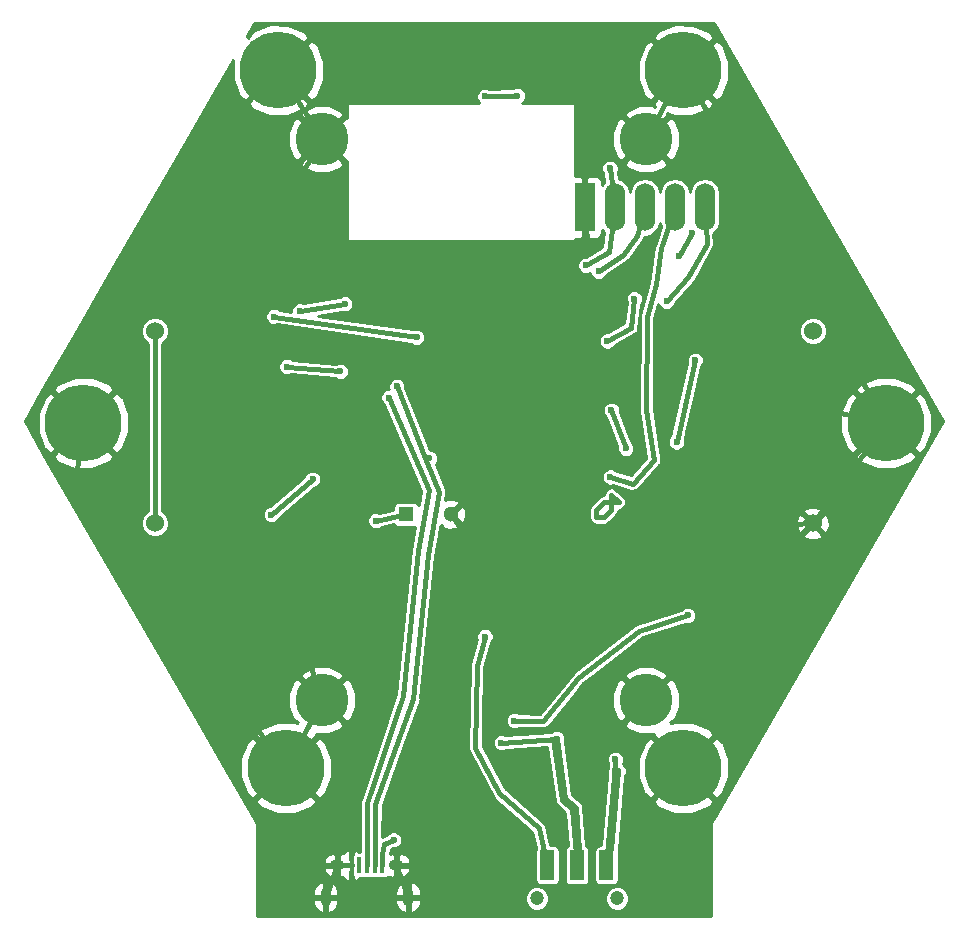
<source format=gbl>
G04 #@! TF.FileFunction,Copper,L2,Bot,Signal*
%FSLAX46Y46*%
G04 Gerber Fmt 4.6, Leading zero omitted, Abs format (unit mm)*
G04 Created by KiCad (PCBNEW 4.0.2+dfsg1-stable) date Fri 28 Sep 2018 02:00:57 AM EDT*
%MOMM*%
G01*
G04 APERTURE LIST*
%ADD10C,0.100000*%
%ADD11R,1.727200X4.032000*%
%ADD12O,1.727200X4.032000*%
%ADD13R,0.390000X1.350000*%
%ADD14O,0.900000X1.560000*%
%ADD15O,1.250000X0.850000*%
%ADD16C,1.200000*%
%ADD17R,1.200000X2.500000*%
%ADD18R,1.300000X1.300000*%
%ADD19C,1.300000*%
%ADD20C,1.524000*%
%ADD21C,4.470400*%
%ADD22C,6.500000*%
%ADD23C,0.600000*%
%ADD24C,0.381000*%
%ADD25C,0.254000*%
G04 APERTURE END LIST*
D10*
D11*
X95140000Y-37000000D03*
D12*
X97680000Y-37000000D03*
X100220000Y-37000000D03*
X102760000Y-37000000D03*
X105300000Y-37000000D03*
D13*
X78008000Y-92710000D03*
X77358000Y-92710000D03*
X76708000Y-92710000D03*
X76058000Y-92710000D03*
X75408000Y-92710000D03*
D14*
X73208000Y-95410000D03*
X80208000Y-95410000D03*
D15*
X74208000Y-92710000D03*
X79208000Y-92710000D03*
D16*
X97888000Y-95510000D03*
X91088000Y-95510000D03*
D17*
X96988000Y-92710000D03*
X94488000Y-92710000D03*
X91988000Y-92710000D03*
D18*
X80010000Y-62992000D03*
D19*
X83810000Y-62992000D03*
D20*
X114464000Y-47498000D03*
X58764000Y-47498000D03*
X58764000Y-63754000D03*
X114464000Y-63754000D03*
D21*
X72898000Y-31242000D03*
X72898000Y-78740000D03*
X100330000Y-78740000D03*
X100330000Y-31242000D03*
D22*
X103505000Y-84455000D03*
X52705000Y-55245000D03*
X120650000Y-55245000D03*
X69850000Y-84455000D03*
X69215000Y-25400000D03*
X103505000Y-25400000D03*
D23*
X92770000Y-81980000D03*
X89430000Y-27540000D03*
X86690000Y-27610000D03*
X88090000Y-82330000D03*
X69920000Y-50490000D03*
X74460000Y-50890000D03*
X71030000Y-45770000D03*
X74840000Y-45170000D03*
X102920000Y-56880000D03*
X104500000Y-49960000D03*
X103130000Y-41160000D03*
X104220000Y-39200000D03*
X64470000Y-39360000D03*
X102950000Y-46410000D03*
X95370000Y-39910000D03*
X99570000Y-42090000D03*
X84880000Y-28100000D03*
X72840000Y-62000000D03*
X74570000Y-56440000D03*
X88850000Y-78150000D03*
X78870000Y-76810000D03*
X83710000Y-78090000D03*
X79270000Y-68980000D03*
X92150000Y-73030000D03*
X66840000Y-59930000D03*
X62240000Y-58110000D03*
X68780000Y-53630000D03*
X70940000Y-52550000D03*
X79630000Y-43530000D03*
X88640000Y-47330000D03*
X88470000Y-49620000D03*
X70140000Y-70450000D03*
X67850000Y-61710000D03*
X87050000Y-67990000D03*
X112930000Y-53530000D03*
X106450000Y-39170000D03*
X107500000Y-44610000D03*
X67350000Y-40570000D03*
X107430000Y-64090000D03*
X77470000Y-63530000D03*
X97290000Y-33680000D03*
X95250000Y-41910000D03*
X103860000Y-71550000D03*
X89180000Y-80450000D03*
X98630000Y-57400000D03*
X97410000Y-54170000D03*
X102070000Y-44970000D03*
X99350000Y-44740000D03*
X68840000Y-46250000D03*
X80910000Y-48000000D03*
X97060000Y-48310000D03*
X68610000Y-63010000D03*
X72110000Y-60010000D03*
X96320000Y-42420000D03*
X97320000Y-59830000D03*
X78960000Y-90550000D03*
X86700000Y-73340000D03*
X97970000Y-84730000D03*
X97730000Y-83740000D03*
X78560000Y-53110000D03*
X81980000Y-58250000D03*
X79240000Y-52160000D03*
D24*
X97395000Y-62605000D02*
X97395000Y-61335000D01*
X97395000Y-61335000D02*
X98030000Y-61970000D01*
X98030000Y-61970000D02*
X96760000Y-61970000D01*
X96760000Y-61970000D02*
X96125000Y-62605000D01*
X96125000Y-62605000D02*
X96125000Y-63240000D01*
X96125000Y-63240000D02*
X96760000Y-63240000D01*
X96760000Y-63240000D02*
X97395000Y-62605000D01*
X93203754Y-87153005D02*
X92493913Y-82000648D01*
X92493913Y-82000648D02*
X92770000Y-81980000D01*
X93469606Y-87027314D02*
X92770000Y-81980000D01*
X92770000Y-81980000D02*
X88090000Y-82330000D01*
X94488000Y-92710000D02*
X94690000Y-91360000D01*
X94690000Y-91360000D02*
X94410000Y-87840000D01*
X94410000Y-87840000D02*
X93469606Y-87027314D01*
X93469606Y-87027314D02*
X93440540Y-87002195D01*
X89430000Y-27540000D02*
X86690000Y-27610000D01*
X93203754Y-87153005D02*
X93440540Y-87002195D01*
X94488000Y-92710000D02*
X94070000Y-87970000D01*
X94070000Y-87970000D02*
X93203754Y-87153005D01*
X69920000Y-50490000D02*
X74460000Y-50890000D01*
X71030000Y-45770000D02*
X74840000Y-45170000D01*
X102920000Y-56880000D02*
X104500000Y-49960000D01*
X103130000Y-41160000D02*
X104220000Y-39200000D01*
X67350000Y-40570000D02*
X64470000Y-39360000D01*
X95140000Y-37000000D02*
X95370000Y-39910000D01*
X99570000Y-42090000D02*
X99560000Y-42090000D01*
X84880000Y-28100000D02*
X84890000Y-28100000D01*
X70140000Y-70450000D02*
X72840000Y-62000000D01*
X71000000Y-52520000D02*
X74570000Y-56440000D01*
X78870000Y-76810000D02*
X78870000Y-76780000D01*
X83710000Y-78090000D02*
X83650000Y-78090000D01*
X79270000Y-68980000D02*
X79210000Y-69010000D01*
X72898000Y-78740000D02*
X70140000Y-70450000D01*
X92150000Y-73030000D02*
X87050000Y-67990000D01*
X69850000Y-84455000D02*
X52020000Y-60520000D01*
X52020000Y-60520000D02*
X52705000Y-55245000D01*
X72898000Y-78740000D02*
X69850000Y-84455000D01*
X66840000Y-59930000D02*
X62240000Y-58110000D01*
X68780000Y-53630000D02*
X71000000Y-52520000D01*
X71000000Y-52520000D02*
X70940000Y-52550000D01*
X79630000Y-43530000D02*
X67350000Y-40570000D01*
X88640000Y-47330000D02*
X88470000Y-49620000D01*
X70140000Y-70450000D02*
X66070000Y-66410000D01*
X67850000Y-61710000D02*
X66070000Y-66410000D01*
X87050000Y-67990000D02*
X83810000Y-62992000D01*
X80208000Y-95410000D02*
X79208000Y-92710000D01*
X73208000Y-95410000D02*
X80208000Y-95410000D01*
X74208000Y-92710000D02*
X73208000Y-95410000D01*
X75408000Y-92710000D02*
X74208000Y-92710000D01*
X114464000Y-63754000D02*
X107430000Y-64090000D01*
X114464000Y-63754000D02*
X120650000Y-55245000D01*
X103505000Y-25400000D02*
X100330000Y-31242000D01*
X120650000Y-55245000D02*
X103505000Y-25400000D01*
X112930000Y-53530000D02*
X120650000Y-55245000D01*
X106450000Y-39170000D02*
X107500000Y-44610000D01*
X72898000Y-31242000D02*
X69215000Y-25400000D01*
X67350000Y-40570000D02*
X72898000Y-31242000D01*
X80010000Y-62992000D02*
X77470000Y-63530000D01*
X97680000Y-37000000D02*
X97290000Y-33680000D01*
X97680000Y-37000000D02*
X97170000Y-40750000D01*
X97170000Y-40750000D02*
X95250000Y-41910000D01*
X91620000Y-80480756D02*
X94590000Y-76860000D01*
X94590000Y-76860000D02*
X99760000Y-72830000D01*
X99760000Y-72830000D02*
X103860000Y-71550000D01*
X91560000Y-80480000D02*
X91620000Y-80480756D01*
X91620000Y-80480756D02*
X89180000Y-80450000D01*
X98630000Y-57400000D02*
X97410000Y-54170000D01*
X105300000Y-37000000D02*
X105460000Y-40070000D01*
X105460000Y-40070000D02*
X103900000Y-42900000D01*
X103900000Y-42900000D02*
X102070000Y-44970000D01*
X99350000Y-44740000D02*
X99060000Y-47220000D01*
X68840000Y-46250000D02*
X80910000Y-48000000D01*
X99060000Y-47220000D02*
X97060000Y-48310000D01*
X68610000Y-63010000D02*
X72110000Y-60010000D01*
X96320000Y-42420000D02*
X98370000Y-41060000D01*
X98370000Y-41060000D02*
X99590000Y-39390000D01*
X99590000Y-39390000D02*
X100220000Y-37000000D01*
X102760000Y-37000000D02*
X101640000Y-40450000D01*
X101640000Y-40450000D02*
X101210000Y-43510000D01*
X101210000Y-43510000D02*
X100420000Y-46270000D01*
X100420000Y-46270000D02*
X100360000Y-54120000D01*
X100360000Y-54120000D02*
X101000000Y-58430000D01*
X101000000Y-58430000D02*
X99260000Y-60380000D01*
X99260000Y-60380000D02*
X97320000Y-59830000D01*
X78960000Y-90550000D02*
X78190000Y-90940000D01*
X78190000Y-90940000D02*
X77990000Y-91790000D01*
X77990000Y-91790000D02*
X78008000Y-92710000D01*
X91988000Y-92710000D02*
X91280000Y-89550000D01*
X91280000Y-89550000D02*
X87900000Y-86590000D01*
X87900000Y-86590000D02*
X85890000Y-82760000D01*
X85890000Y-82760000D02*
X86030000Y-75830000D01*
X86030000Y-75830000D02*
X86700000Y-73340000D01*
X97970000Y-84730000D02*
X97410000Y-91340000D01*
X97410000Y-91340000D02*
X96988000Y-92710000D01*
X97970000Y-84730000D02*
X97606967Y-85227341D01*
X97606967Y-85227341D02*
X97606967Y-85227340D01*
X96988000Y-92710000D02*
X97606967Y-85227340D01*
X97606967Y-85227340D02*
X97730000Y-83740000D01*
X58764000Y-63754000D02*
X58764000Y-47498000D01*
X79800000Y-78370000D02*
X76750000Y-87400000D01*
X76750000Y-87400000D02*
X76708000Y-92710000D01*
X81030000Y-66110000D02*
X79800000Y-78370000D01*
X78560000Y-53110000D02*
X81920000Y-60920000D01*
X81920000Y-60920000D02*
X81030000Y-66110000D01*
X81980000Y-58250000D02*
X81659719Y-58216094D01*
X77358000Y-92710000D02*
X77420000Y-87510000D01*
X77420000Y-87510000D02*
X80610000Y-78600000D01*
X81850000Y-66420000D02*
X80610000Y-78600000D01*
X80610000Y-78600000D02*
X80630000Y-78600000D01*
X79240000Y-52160000D02*
X81659719Y-58216094D01*
X81659719Y-58216094D02*
X82800000Y-61070000D01*
X82800000Y-61070000D02*
X81850000Y-66420000D01*
D25*
G36*
X106054208Y-21415157D02*
X125500126Y-55096474D01*
X105989479Y-88889906D01*
X105974636Y-88899824D01*
X105865816Y-89062685D01*
X105827604Y-89254792D01*
X105827604Y-97006047D01*
X67388977Y-97006047D01*
X67388977Y-95537000D01*
X72123000Y-95537000D01*
X72123000Y-95867000D01*
X72254192Y-96272544D01*
X72530592Y-96597013D01*
X72913999Y-96784408D01*
X73081000Y-96657502D01*
X73081000Y-95537000D01*
X73335000Y-95537000D01*
X73335000Y-96657502D01*
X73502001Y-96784408D01*
X73885408Y-96597013D01*
X74161808Y-96272544D01*
X74293000Y-95867000D01*
X74293000Y-95537000D01*
X79123000Y-95537000D01*
X79123000Y-95867000D01*
X79254192Y-96272544D01*
X79530592Y-96597013D01*
X79913999Y-96784408D01*
X80081000Y-96657502D01*
X80081000Y-95537000D01*
X80335000Y-95537000D01*
X80335000Y-96657502D01*
X80502001Y-96784408D01*
X80885408Y-96597013D01*
X81161808Y-96272544D01*
X81293000Y-95867000D01*
X81293000Y-95713387D01*
X90060822Y-95713387D01*
X90216844Y-96090989D01*
X90505492Y-96380140D01*
X90882821Y-96536821D01*
X91291387Y-96537178D01*
X91668989Y-96381156D01*
X91958140Y-96092508D01*
X92114821Y-95715179D01*
X92114822Y-95713387D01*
X96860822Y-95713387D01*
X97016844Y-96090989D01*
X97305492Y-96380140D01*
X97682821Y-96536821D01*
X98091387Y-96537178D01*
X98468989Y-96381156D01*
X98758140Y-96092508D01*
X98914821Y-95715179D01*
X98915178Y-95306613D01*
X98759156Y-94929011D01*
X98470508Y-94639860D01*
X98093179Y-94483179D01*
X97684613Y-94482822D01*
X97307011Y-94638844D01*
X97017860Y-94927492D01*
X96861179Y-95304821D01*
X96860822Y-95713387D01*
X92114822Y-95713387D01*
X92115178Y-95306613D01*
X91959156Y-94929011D01*
X91670508Y-94639860D01*
X91293179Y-94483179D01*
X90884613Y-94482822D01*
X90507011Y-94638844D01*
X90217860Y-94927492D01*
X90061179Y-95304821D01*
X90060822Y-95713387D01*
X81293000Y-95713387D01*
X81293000Y-95537000D01*
X80335000Y-95537000D01*
X80081000Y-95537000D01*
X79123000Y-95537000D01*
X74293000Y-95537000D01*
X73335000Y-95537000D01*
X73081000Y-95537000D01*
X72123000Y-95537000D01*
X67388977Y-95537000D01*
X67388977Y-94953000D01*
X72123000Y-94953000D01*
X72123000Y-95283000D01*
X73081000Y-95283000D01*
X73081000Y-94162498D01*
X73335000Y-94162498D01*
X73335000Y-95283000D01*
X74293000Y-95283000D01*
X74293000Y-94953000D01*
X79123000Y-94953000D01*
X79123000Y-95283000D01*
X80081000Y-95283000D01*
X80081000Y-94162498D01*
X80335000Y-94162498D01*
X80335000Y-95283000D01*
X81293000Y-95283000D01*
X81293000Y-94953000D01*
X81161808Y-94547456D01*
X80885408Y-94222987D01*
X80502001Y-94035592D01*
X80335000Y-94162498D01*
X80081000Y-94162498D01*
X79913999Y-94035592D01*
X79530592Y-94222987D01*
X79254192Y-94547456D01*
X79123000Y-94953000D01*
X74293000Y-94953000D01*
X74161808Y-94547456D01*
X73885408Y-94222987D01*
X73502001Y-94035592D01*
X73335000Y-94162498D01*
X73081000Y-94162498D01*
X72913999Y-94035592D01*
X72530592Y-94222987D01*
X72254192Y-94547456D01*
X72123000Y-94953000D01*
X67388977Y-94953000D01*
X67388977Y-93000062D01*
X72988460Y-93000062D01*
X72990094Y-93029452D01*
X73189826Y-93394671D01*
X73514118Y-93655655D01*
X73913599Y-93772672D01*
X74081000Y-93615606D01*
X74081000Y-92837000D01*
X73115743Y-92837000D01*
X72988460Y-93000062D01*
X67388977Y-93000062D01*
X67388977Y-92419938D01*
X72988460Y-92419938D01*
X73115743Y-92583000D01*
X74081000Y-92583000D01*
X74081000Y-91804394D01*
X74335000Y-91804394D01*
X74335000Y-92583000D01*
X74355000Y-92583000D01*
X74355000Y-92837000D01*
X74335000Y-92837000D01*
X74335000Y-93615606D01*
X74502401Y-93772672D01*
X74666366Y-93724643D01*
X74674673Y-93744699D01*
X74853302Y-93923327D01*
X75086691Y-94020000D01*
X75151750Y-94020000D01*
X75310500Y-93861250D01*
X75310500Y-93240477D01*
X75425906Y-93029452D01*
X75427540Y-93000062D01*
X75310500Y-92850122D01*
X75310500Y-92837002D01*
X75427635Y-92837002D01*
X75427635Y-93385000D01*
X75457409Y-93543237D01*
X75505500Y-93617972D01*
X75505500Y-93861250D01*
X75664250Y-94020000D01*
X75729309Y-94020000D01*
X75962698Y-93923327D01*
X76065661Y-93820365D01*
X76253000Y-93820365D01*
X76387774Y-93795006D01*
X76513000Y-93820365D01*
X76903000Y-93820365D01*
X77037774Y-93795006D01*
X77163000Y-93820365D01*
X77553000Y-93820365D01*
X77687774Y-93795006D01*
X77813000Y-93820365D01*
X78203000Y-93820365D01*
X78361237Y-93790591D01*
X78506567Y-93697073D01*
X78531406Y-93660719D01*
X78913599Y-93772672D01*
X79081000Y-93615606D01*
X79081000Y-92837000D01*
X79335000Y-92837000D01*
X79335000Y-93615606D01*
X79502401Y-93772672D01*
X79901882Y-93655655D01*
X80226174Y-93394671D01*
X80425906Y-93029452D01*
X80427540Y-93000062D01*
X80300257Y-92837000D01*
X79335000Y-92837000D01*
X79081000Y-92837000D01*
X79061000Y-92837000D01*
X79061000Y-92583000D01*
X79081000Y-92583000D01*
X79081000Y-91804394D01*
X79335000Y-91804394D01*
X79335000Y-92583000D01*
X80300257Y-92583000D01*
X80427540Y-92419938D01*
X80425906Y-92390548D01*
X80226174Y-92025329D01*
X79901882Y-91764345D01*
X79502401Y-91647328D01*
X79335000Y-91804394D01*
X79081000Y-91804394D01*
X78913599Y-91647328D01*
X78639007Y-91727762D01*
X78725288Y-91361069D01*
X78891387Y-91276941D01*
X79103975Y-91277126D01*
X79371275Y-91166680D01*
X79575961Y-90962350D01*
X79686874Y-90695244D01*
X79687126Y-90406025D01*
X79576680Y-90138725D01*
X79372350Y-89934039D01*
X79105244Y-89823126D01*
X78816025Y-89822874D01*
X78548725Y-89933320D01*
X78344039Y-90137650D01*
X78327138Y-90178352D01*
X78003776Y-90342132D01*
X78036223Y-87620774D01*
X79780965Y-82747528D01*
X85272626Y-82747528D01*
X85278677Y-82781526D01*
X85275032Y-82815866D01*
X85299621Y-82899194D01*
X85314847Y-82984736D01*
X85333450Y-83013833D01*
X85343223Y-83046951D01*
X87353223Y-86876951D01*
X87424281Y-86964886D01*
X87493179Y-87054546D01*
X90721515Y-89881728D01*
X91024771Y-91235245D01*
X90986936Y-91290619D01*
X90952635Y-91460000D01*
X90952635Y-93960000D01*
X90982409Y-94118237D01*
X91075927Y-94263567D01*
X91218619Y-94361064D01*
X91388000Y-94395365D01*
X92588000Y-94395365D01*
X92746237Y-94365591D01*
X92891567Y-94272073D01*
X92989064Y-94129381D01*
X93023365Y-93960000D01*
X93023365Y-91460000D01*
X92993591Y-91301763D01*
X92900073Y-91156433D01*
X92757381Y-91058936D01*
X92588000Y-91024635D01*
X92243202Y-91024635D01*
X91882561Y-89414996D01*
X91852743Y-89347639D01*
X91833628Y-89276499D01*
X91804430Y-89238502D01*
X91785031Y-89194682D01*
X91731705Y-89143863D01*
X91686821Y-89085454D01*
X88393336Y-86201219D01*
X86510582Y-82613682D01*
X86513404Y-82473975D01*
X87362874Y-82473975D01*
X87473320Y-82741275D01*
X87677650Y-82945961D01*
X87944756Y-83056874D01*
X88233975Y-83057126D01*
X88501275Y-82946680D01*
X88531827Y-82916181D01*
X91961378Y-82659698D01*
X92592032Y-87237282D01*
X92595880Y-87248398D01*
X92595622Y-87260161D01*
X92623316Y-87331400D01*
X92640413Y-87405897D01*
X92659869Y-87433248D01*
X92670848Y-87464963D01*
X92678659Y-87473762D01*
X92682921Y-87484726D01*
X92735768Y-87539944D01*
X92780073Y-87602227D01*
X93475512Y-88258126D01*
X93722515Y-91059073D01*
X93584433Y-91147927D01*
X93486936Y-91290619D01*
X93452635Y-91460000D01*
X93452635Y-93960000D01*
X93482409Y-94118237D01*
X93575927Y-94263567D01*
X93718619Y-94361064D01*
X93888000Y-94395365D01*
X95088000Y-94395365D01*
X95246237Y-94365591D01*
X95391567Y-94272073D01*
X95489064Y-94129381D01*
X95523365Y-93960000D01*
X95523365Y-91460000D01*
X95952635Y-91460000D01*
X95952635Y-93960000D01*
X95982409Y-94118237D01*
X96075927Y-94263567D01*
X96218619Y-94361064D01*
X96388000Y-94395365D01*
X97588000Y-94395365D01*
X97746237Y-94365591D01*
X97891567Y-94272073D01*
X97989064Y-94129381D01*
X98023365Y-93960000D01*
X98023365Y-91460000D01*
X98016398Y-91422972D01*
X98025296Y-91392128D01*
X98377744Y-87231978D01*
X100907627Y-87231978D01*
X101280658Y-87732608D01*
X102704262Y-88334333D01*
X104249772Y-88345466D01*
X105681896Y-87764311D01*
X105729342Y-87732608D01*
X106102373Y-87231978D01*
X103505000Y-84634605D01*
X100907627Y-87231978D01*
X98377744Y-87231978D01*
X98549913Y-85199772D01*
X99614534Y-85199772D01*
X100195689Y-86631896D01*
X100227392Y-86679342D01*
X100728022Y-87052373D01*
X103325395Y-84455000D01*
X103684605Y-84455000D01*
X106281978Y-87052373D01*
X106782608Y-86679342D01*
X107384333Y-85255738D01*
X107395466Y-83710228D01*
X106814311Y-82278104D01*
X106782608Y-82230658D01*
X106281978Y-81857627D01*
X103684605Y-84455000D01*
X103325395Y-84455000D01*
X100728022Y-81857627D01*
X100227392Y-82230658D01*
X99625667Y-83654262D01*
X99614534Y-85199772D01*
X98549913Y-85199772D01*
X98551897Y-85176355D01*
X98585961Y-85142350D01*
X98696874Y-84875244D01*
X98697126Y-84586025D01*
X98586680Y-84318725D01*
X98382350Y-84114039D01*
X98364881Y-84106785D01*
X98456874Y-83885244D01*
X98457126Y-83596025D01*
X98346680Y-83328725D01*
X98142350Y-83124039D01*
X97875244Y-83013126D01*
X97586025Y-83012874D01*
X97318725Y-83123320D01*
X97114039Y-83327650D01*
X97003126Y-83594756D01*
X97002874Y-83883975D01*
X97082534Y-84076766D01*
X96991569Y-85176434D01*
X96507805Y-91024635D01*
X96388000Y-91024635D01*
X96229763Y-91054409D01*
X96084433Y-91147927D01*
X95986936Y-91290619D01*
X95952635Y-91460000D01*
X95523365Y-91460000D01*
X95493591Y-91301763D01*
X95400073Y-91156433D01*
X95287119Y-91079255D01*
X95025556Y-87791035D01*
X94993284Y-87676974D01*
X94961819Y-87562868D01*
X94960533Y-87561216D01*
X94959962Y-87559200D01*
X94886579Y-87466275D01*
X94813761Y-87372792D01*
X94049328Y-86712171D01*
X93434392Y-82275715D01*
X93496874Y-82125244D01*
X93497126Y-81836025D01*
X93386680Y-81568725D01*
X93182350Y-81364039D01*
X92915244Y-81253126D01*
X92626025Y-81252874D01*
X92358725Y-81363320D01*
X92328173Y-81393819D01*
X88432759Y-81685142D01*
X88235244Y-81603126D01*
X87946025Y-81602874D01*
X87678725Y-81713320D01*
X87474039Y-81917650D01*
X87363126Y-82184756D01*
X87362874Y-82473975D01*
X86513404Y-82473975D01*
X86551383Y-80593975D01*
X88452874Y-80593975D01*
X88563320Y-80861275D01*
X88767650Y-81065961D01*
X89034756Y-81176874D01*
X89323975Y-81177126D01*
X89577059Y-81072554D01*
X91552219Y-81097451D01*
X91552220Y-81097451D01*
X91604531Y-81098110D01*
X91612217Y-81098207D01*
X91612220Y-81098207D01*
X91646242Y-81091884D01*
X91680675Y-81095267D01*
X91763741Y-81070048D01*
X91849098Y-81054185D01*
X91849099Y-81054184D01*
X91849101Y-81054184D01*
X91878111Y-81035324D01*
X91911221Y-81025272D01*
X91978319Y-80970178D01*
X91996767Y-80958185D01*
X92051100Y-80922863D01*
X92051102Y-80922861D01*
X92070687Y-80894335D01*
X92097429Y-80872377D01*
X92169276Y-80784787D01*
X98464818Y-80784787D01*
X98714253Y-81179951D01*
X99770973Y-81612541D01*
X100912800Y-81607812D01*
X100980988Y-81579568D01*
X100907627Y-81678022D01*
X103505000Y-84275395D01*
X106102373Y-81678022D01*
X105729342Y-81177392D01*
X104305738Y-80575667D01*
X102760228Y-80564534D01*
X102457136Y-80687528D01*
X102374789Y-80605181D01*
X102769951Y-80355747D01*
X103202541Y-79299027D01*
X103197812Y-78157200D01*
X102769951Y-77124253D01*
X102374787Y-76874818D01*
X100509605Y-78740000D01*
X100523748Y-78754143D01*
X100344143Y-78933748D01*
X100330000Y-78919605D01*
X98464818Y-80784787D01*
X92169276Y-80784787D01*
X94305109Y-78180973D01*
X97457459Y-78180973D01*
X97462188Y-79322800D01*
X97890049Y-80355747D01*
X98285213Y-80605182D01*
X100150395Y-78740000D01*
X98285213Y-76874818D01*
X97890049Y-77124253D01*
X97457459Y-78180973D01*
X94305109Y-78180973D01*
X95023838Y-77304764D01*
X95805817Y-76695213D01*
X98464818Y-76695213D01*
X100330000Y-78560395D01*
X102195182Y-76695213D01*
X101945747Y-76300049D01*
X100889027Y-75867459D01*
X99747200Y-75872188D01*
X98714253Y-76300049D01*
X98464818Y-76695213D01*
X95805817Y-76695213D01*
X100051131Y-73386004D01*
X103667142Y-72257103D01*
X103714756Y-72276874D01*
X104003975Y-72277126D01*
X104271275Y-72166680D01*
X104475961Y-71962350D01*
X104586874Y-71695244D01*
X104587126Y-71406025D01*
X104476680Y-71138725D01*
X104272350Y-70934039D01*
X104005244Y-70823126D01*
X103716025Y-70822874D01*
X103448725Y-70933320D01*
X103305612Y-71076184D01*
X99575979Y-72240557D01*
X99479029Y-72293390D01*
X99380370Y-72342981D01*
X94210370Y-76372981D01*
X94165557Y-76424872D01*
X94112570Y-76468379D01*
X91330882Y-79859563D01*
X89595999Y-79837695D01*
X89592350Y-79834039D01*
X89325244Y-79723126D01*
X89036025Y-79722874D01*
X88768725Y-79833320D01*
X88564039Y-80037650D01*
X88453126Y-80304756D01*
X88452874Y-80593975D01*
X86551383Y-80593975D01*
X86645853Y-75917746D01*
X87196393Y-73871710D01*
X87315961Y-73752350D01*
X87426874Y-73485244D01*
X87427126Y-73196025D01*
X87316680Y-72928725D01*
X87112350Y-72724039D01*
X86845244Y-72613126D01*
X86556025Y-72612874D01*
X86288725Y-72723320D01*
X86084039Y-72927650D01*
X85973126Y-73194756D01*
X85972874Y-73483975D01*
X86002502Y-73555680D01*
X85433709Y-75669552D01*
X85428729Y-75744333D01*
X85412626Y-75817528D01*
X85272626Y-82747528D01*
X79780965Y-82747528D01*
X81159098Y-78898264D01*
X81200496Y-78836307D01*
X81247500Y-78600000D01*
X81236382Y-78544107D01*
X82462002Y-66505364D01*
X82776504Y-64734213D01*
X113663392Y-64734213D01*
X113732857Y-64976397D01*
X114256302Y-65163144D01*
X114811368Y-65135362D01*
X115195143Y-64976397D01*
X115264608Y-64734213D01*
X114464000Y-63933605D01*
X113663392Y-64734213D01*
X82776504Y-64734213D01*
X82916194Y-63947542D01*
X82975130Y-64006478D01*
X83090590Y-63891018D01*
X83146271Y-64121611D01*
X83629078Y-64289622D01*
X84139428Y-64260083D01*
X84473729Y-64121611D01*
X84529410Y-63891016D01*
X83810000Y-63171605D01*
X83795858Y-63185748D01*
X83616252Y-63006142D01*
X83630395Y-62992000D01*
X83989605Y-62992000D01*
X84709016Y-63711410D01*
X84939611Y-63655729D01*
X85107622Y-63172922D01*
X85078083Y-62662572D01*
X85054236Y-62605000D01*
X95507500Y-62605000D01*
X95507500Y-63240000D01*
X95554504Y-63476307D01*
X95688362Y-63676638D01*
X95888693Y-63810496D01*
X96125000Y-63857500D01*
X96760000Y-63857500D01*
X96996307Y-63810496D01*
X97196638Y-63676638D01*
X97326974Y-63546302D01*
X113054856Y-63546302D01*
X113082638Y-64101368D01*
X113241603Y-64485143D01*
X113483787Y-64554608D01*
X114284395Y-63754000D01*
X114643605Y-63754000D01*
X115444213Y-64554608D01*
X115686397Y-64485143D01*
X115873144Y-63961698D01*
X115845362Y-63406632D01*
X115686397Y-63022857D01*
X115444213Y-62953392D01*
X114643605Y-63754000D01*
X114284395Y-63754000D01*
X113483787Y-62953392D01*
X113241603Y-63022857D01*
X113054856Y-63546302D01*
X97326974Y-63546302D01*
X97831639Y-63041638D01*
X97965496Y-62841307D01*
X97978926Y-62773787D01*
X113663392Y-62773787D01*
X114464000Y-63574395D01*
X115264608Y-62773787D01*
X115195143Y-62531603D01*
X114671698Y-62344856D01*
X114116632Y-62372638D01*
X113732857Y-62531603D01*
X113663392Y-62773787D01*
X97978926Y-62773787D01*
X98012500Y-62605000D01*
X98012500Y-62587500D01*
X98030000Y-62587500D01*
X98266308Y-62540496D01*
X98466639Y-62406639D01*
X98600496Y-62206308D01*
X98647500Y-61970000D01*
X98600496Y-61733693D01*
X98466639Y-61533362D01*
X97831638Y-60898362D01*
X97631307Y-60764504D01*
X97395000Y-60717500D01*
X97158693Y-60764504D01*
X96958362Y-60898362D01*
X96824504Y-61098693D01*
X96777500Y-61335000D01*
X96777500Y-61352500D01*
X96760000Y-61352500D01*
X96523693Y-61399504D01*
X96323362Y-61533361D01*
X95688363Y-62168361D01*
X95688362Y-62168362D01*
X95554504Y-62368693D01*
X95507500Y-62605000D01*
X85054236Y-62605000D01*
X84939611Y-62328271D01*
X84709016Y-62272590D01*
X83989605Y-62992000D01*
X83630395Y-62992000D01*
X83616253Y-62977858D01*
X83795858Y-62798252D01*
X83810000Y-62812395D01*
X84529410Y-62092984D01*
X84473729Y-61862389D01*
X83990922Y-61694378D01*
X83480572Y-61723917D01*
X83297584Y-61799713D01*
X83407989Y-61177961D01*
X83406945Y-61127317D01*
X83417451Y-61077768D01*
X83404486Y-61008014D01*
X83403024Y-60937076D01*
X83382679Y-60890688D01*
X83373423Y-60840888D01*
X82529496Y-58728699D01*
X82595961Y-58662350D01*
X82706874Y-58395244D01*
X82707126Y-58106025D01*
X82596680Y-57838725D01*
X82392350Y-57634039D01*
X82125244Y-57523126D01*
X82047781Y-57523059D01*
X80765588Y-54313975D01*
X96682874Y-54313975D01*
X96793320Y-54581275D01*
X96973399Y-54761668D01*
X97909376Y-57239705D01*
X97903126Y-57254756D01*
X97902874Y-57543975D01*
X98013320Y-57811275D01*
X98217650Y-58015961D01*
X98484756Y-58126874D01*
X98773975Y-58127126D01*
X99041275Y-58016680D01*
X99245961Y-57812350D01*
X99356874Y-57545244D01*
X99357126Y-57256025D01*
X99246680Y-56988725D01*
X99066601Y-56808332D01*
X98130624Y-54330295D01*
X98136874Y-54315244D01*
X98137126Y-54026025D01*
X98026680Y-53758725D01*
X97822350Y-53554039D01*
X97555244Y-53443126D01*
X97266025Y-53442874D01*
X96998725Y-53553320D01*
X96794039Y-53757650D01*
X96683126Y-54024756D01*
X96682874Y-54313975D01*
X80765588Y-54313975D01*
X79964898Y-52310002D01*
X79966874Y-52305244D01*
X79967126Y-52016025D01*
X79856680Y-51748725D01*
X79652350Y-51544039D01*
X79385244Y-51433126D01*
X79096025Y-51432874D01*
X78828725Y-51543320D01*
X78624039Y-51747650D01*
X78513126Y-52014756D01*
X78512874Y-52303975D01*
X78545521Y-52382987D01*
X78416025Y-52382874D01*
X78148725Y-52493320D01*
X77944039Y-52697650D01*
X77833126Y-52964756D01*
X77832874Y-53253975D01*
X77943320Y-53521275D01*
X78147650Y-53725961D01*
X78153892Y-53728553D01*
X81280460Y-60995964D01*
X81071441Y-62214852D01*
X81065591Y-62183763D01*
X80972073Y-62038433D01*
X80829381Y-61940936D01*
X80660000Y-61906635D01*
X79360000Y-61906635D01*
X79201763Y-61936409D01*
X79056433Y-62029927D01*
X78958936Y-62172619D01*
X78924635Y-62342000D01*
X78924635Y-62590692D01*
X77718759Y-62846110D01*
X77615244Y-62803126D01*
X77326025Y-62802874D01*
X77058725Y-62913320D01*
X76854039Y-63117650D01*
X76743126Y-63384756D01*
X76742874Y-63673975D01*
X76853320Y-63941275D01*
X77057650Y-64145961D01*
X77324756Y-64256874D01*
X77613975Y-64257126D01*
X77881275Y-64146680D01*
X77973579Y-64054537D01*
X78980770Y-63841202D01*
X79047927Y-63945567D01*
X79190619Y-64043064D01*
X79360000Y-64077365D01*
X80660000Y-64077365D01*
X80755119Y-64059467D01*
X80421384Y-66005632D01*
X80421963Y-66027466D01*
X80415584Y-66048358D01*
X79192571Y-78238715D01*
X76164970Y-87202399D01*
X76152354Y-87299363D01*
X76132519Y-87395116D01*
X76099263Y-91599635D01*
X76065661Y-91599635D01*
X75962698Y-91496673D01*
X75729309Y-91400000D01*
X75664250Y-91400000D01*
X75505500Y-91558750D01*
X75505500Y-91801861D01*
X75461936Y-91865619D01*
X75427635Y-92035000D01*
X75427635Y-92582998D01*
X75310500Y-92582998D01*
X75310500Y-92569878D01*
X75427540Y-92419938D01*
X75425906Y-92390548D01*
X75310500Y-92179523D01*
X75310500Y-91558750D01*
X75151750Y-91400000D01*
X75086691Y-91400000D01*
X74853302Y-91496673D01*
X74674673Y-91675301D01*
X74666366Y-91695357D01*
X74502401Y-91647328D01*
X74335000Y-91804394D01*
X74081000Y-91804394D01*
X73913599Y-91647328D01*
X73514118Y-91764345D01*
X73189826Y-92025329D01*
X72990094Y-92390548D01*
X72988460Y-92419938D01*
X67388977Y-92419938D01*
X67388977Y-89254792D01*
X67350765Y-89062685D01*
X67241945Y-88899824D01*
X67227102Y-88889906D01*
X66269897Y-87231978D01*
X67252627Y-87231978D01*
X67625658Y-87732608D01*
X69049262Y-88334333D01*
X70594772Y-88345466D01*
X72026896Y-87764311D01*
X72074342Y-87732608D01*
X72447373Y-87231978D01*
X69850000Y-84634605D01*
X67252627Y-87231978D01*
X66269897Y-87231978D01*
X65096602Y-85199772D01*
X65959534Y-85199772D01*
X66540689Y-86631896D01*
X66572392Y-86679342D01*
X67073022Y-87052373D01*
X69670395Y-84455000D01*
X70029605Y-84455000D01*
X72626978Y-87052373D01*
X73127608Y-86679342D01*
X73729333Y-85255738D01*
X73740466Y-83710228D01*
X73159311Y-82278104D01*
X73127608Y-82230658D01*
X72626978Y-81857627D01*
X70029605Y-84455000D01*
X69670395Y-84455000D01*
X67073022Y-81857627D01*
X66572392Y-82230658D01*
X65970667Y-83654262D01*
X65959534Y-85199772D01*
X65096602Y-85199772D01*
X63063319Y-81678022D01*
X67252627Y-81678022D01*
X69850000Y-84275395D01*
X72447373Y-81678022D01*
X72398398Y-81612295D01*
X73480800Y-81607812D01*
X74513747Y-81179951D01*
X74763182Y-80784787D01*
X72898000Y-78919605D01*
X72883858Y-78933748D01*
X72704253Y-78754143D01*
X72718395Y-78740000D01*
X73077605Y-78740000D01*
X74942787Y-80605182D01*
X75337951Y-80355747D01*
X75770541Y-79299027D01*
X75765812Y-78157200D01*
X75337951Y-77124253D01*
X74942787Y-76874818D01*
X73077605Y-78740000D01*
X72718395Y-78740000D01*
X70853213Y-76874818D01*
X70458049Y-77124253D01*
X70025459Y-78180973D01*
X70030188Y-79322800D01*
X70458049Y-80355747D01*
X70853211Y-80605181D01*
X70813802Y-80644590D01*
X70650738Y-80575667D01*
X69105228Y-80564534D01*
X67673104Y-81145689D01*
X67625658Y-81177392D01*
X67252627Y-81678022D01*
X63063319Y-81678022D01*
X60186492Y-76695213D01*
X71032818Y-76695213D01*
X72898000Y-78560395D01*
X74763182Y-76695213D01*
X74513747Y-76300049D01*
X73457027Y-75867459D01*
X72315200Y-75872188D01*
X71282253Y-76300049D01*
X71032818Y-76695213D01*
X60186492Y-76695213D01*
X49405490Y-58021978D01*
X50107627Y-58021978D01*
X50480658Y-58522608D01*
X51904262Y-59124333D01*
X53449772Y-59135466D01*
X54881896Y-58554311D01*
X54929342Y-58522608D01*
X55302373Y-58021978D01*
X52705000Y-55424605D01*
X50107627Y-58021978D01*
X49405490Y-58021978D01*
X48232194Y-55989772D01*
X48814534Y-55989772D01*
X49395689Y-57421896D01*
X49427392Y-57469342D01*
X49928022Y-57842373D01*
X52525395Y-55245000D01*
X52884605Y-55245000D01*
X55481978Y-57842373D01*
X55982608Y-57469342D01*
X56584333Y-56045738D01*
X56595466Y-54500228D01*
X56014311Y-53068104D01*
X55982608Y-53020658D01*
X55481978Y-52647627D01*
X52884605Y-55245000D01*
X52525395Y-55245000D01*
X49928022Y-52647627D01*
X49427392Y-53020658D01*
X48825667Y-54444262D01*
X48814534Y-55989772D01*
X48232194Y-55989772D01*
X47716447Y-55096474D01*
X49233985Y-52468022D01*
X50107627Y-52468022D01*
X52705000Y-55065395D01*
X55302373Y-52468022D01*
X54929342Y-51967392D01*
X53505738Y-51365667D01*
X51960228Y-51354534D01*
X50528104Y-51935689D01*
X50480658Y-51967392D01*
X50107627Y-52468022D01*
X49233985Y-52468022D01*
X51967481Y-47733469D01*
X57574794Y-47733469D01*
X57755427Y-48170635D01*
X58089606Y-48505397D01*
X58146500Y-48529021D01*
X58146500Y-62722646D01*
X58091365Y-62745427D01*
X57756603Y-63079606D01*
X57575207Y-63516456D01*
X57574794Y-63989469D01*
X57755427Y-64426635D01*
X58089606Y-64761397D01*
X58526456Y-64942793D01*
X58999469Y-64943206D01*
X59436635Y-64762573D01*
X59771397Y-64428394D01*
X59952793Y-63991544D01*
X59953206Y-63518531D01*
X59802575Y-63153975D01*
X67882874Y-63153975D01*
X67993320Y-63421275D01*
X68197650Y-63625961D01*
X68464756Y-63736874D01*
X68753975Y-63737126D01*
X69021275Y-63626680D01*
X69225961Y-63422350D01*
X69307852Y-63225137D01*
X72210575Y-60737088D01*
X72253975Y-60737126D01*
X72521275Y-60626680D01*
X72725961Y-60422350D01*
X72836874Y-60155244D01*
X72837126Y-59866025D01*
X72726680Y-59598725D01*
X72522350Y-59394039D01*
X72255244Y-59283126D01*
X71966025Y-59282874D01*
X71698725Y-59393320D01*
X71494039Y-59597650D01*
X71412149Y-59794863D01*
X68509424Y-62282912D01*
X68466025Y-62282874D01*
X68198725Y-62393320D01*
X67994039Y-62597650D01*
X67883126Y-62864756D01*
X67882874Y-63153975D01*
X59802575Y-63153975D01*
X59772573Y-63081365D01*
X59438394Y-62746603D01*
X59381500Y-62722979D01*
X59381500Y-50633975D01*
X69192874Y-50633975D01*
X69303320Y-50901275D01*
X69507650Y-51105961D01*
X69774756Y-51216874D01*
X70063975Y-51217126D01*
X70252584Y-51139194D01*
X74012188Y-51470437D01*
X74047650Y-51505961D01*
X74314756Y-51616874D01*
X74603975Y-51617126D01*
X74871275Y-51506680D01*
X75075961Y-51302350D01*
X75186874Y-51035244D01*
X75187126Y-50746025D01*
X75076680Y-50478725D01*
X74872350Y-50274039D01*
X74605244Y-50163126D01*
X74316025Y-50162874D01*
X74127416Y-50240806D01*
X70367812Y-49909563D01*
X70332350Y-49874039D01*
X70065244Y-49763126D01*
X69776025Y-49762874D01*
X69508725Y-49873320D01*
X69304039Y-50077650D01*
X69193126Y-50344756D01*
X69192874Y-50633975D01*
X59381500Y-50633975D01*
X59381500Y-48529354D01*
X59436635Y-48506573D01*
X59771397Y-48172394D01*
X59952793Y-47735544D01*
X59953206Y-47262531D01*
X59772573Y-46825365D01*
X59438394Y-46490603D01*
X59205688Y-46393975D01*
X68112874Y-46393975D01*
X68223320Y-46661275D01*
X68427650Y-46865961D01*
X68694756Y-46976874D01*
X68983975Y-46977126D01*
X69131410Y-46916207D01*
X80437201Y-48555406D01*
X80497650Y-48615961D01*
X80764756Y-48726874D01*
X81053975Y-48727126D01*
X81321275Y-48616680D01*
X81484263Y-48453975D01*
X96332874Y-48453975D01*
X96443320Y-48721275D01*
X96647650Y-48925961D01*
X96914756Y-49036874D01*
X97203975Y-49037126D01*
X97471275Y-48926680D01*
X97675961Y-48722350D01*
X97700003Y-48664450D01*
X99355501Y-47762204D01*
X99396005Y-47728409D01*
X99442970Y-47704396D01*
X99487621Y-47651969D01*
X99540500Y-47607848D01*
X99564986Y-47561128D01*
X99599189Y-47520968D01*
X99620380Y-47455437D01*
X99652346Y-47394445D01*
X99657090Y-47341913D01*
X99673321Y-47291719D01*
X99917876Y-45200351D01*
X99965961Y-45152350D01*
X100076874Y-44885244D01*
X100077126Y-44596025D01*
X99966680Y-44328725D01*
X99762350Y-44124039D01*
X99495244Y-44013126D01*
X99206025Y-44012874D01*
X98938725Y-44123320D01*
X98734039Y-44327650D01*
X98623126Y-44594756D01*
X98622874Y-44883975D01*
X98691917Y-45051072D01*
X98483807Y-46830773D01*
X97103506Y-47583037D01*
X96916025Y-47582874D01*
X96648725Y-47693320D01*
X96444039Y-47897650D01*
X96333126Y-48164756D01*
X96332874Y-48453975D01*
X81484263Y-48453975D01*
X81525961Y-48412350D01*
X81636874Y-48145244D01*
X81637126Y-47856025D01*
X81526680Y-47588725D01*
X81322350Y-47384039D01*
X81055244Y-47273126D01*
X80766025Y-47272874D01*
X80618590Y-47333793D01*
X72522865Y-46160013D01*
X74557008Y-45839675D01*
X74694756Y-45896874D01*
X74983975Y-45897126D01*
X75251275Y-45786680D01*
X75455961Y-45582350D01*
X75566874Y-45315244D01*
X75567126Y-45026025D01*
X75456680Y-44758725D01*
X75252350Y-44554039D01*
X74985244Y-44443126D01*
X74696025Y-44442874D01*
X74428725Y-44553320D01*
X74361719Y-44620209D01*
X71312991Y-45100324D01*
X71175244Y-45043126D01*
X70886025Y-45042874D01*
X70618725Y-45153320D01*
X70414039Y-45357650D01*
X70303126Y-45624756D01*
X70302940Y-45838152D01*
X69312799Y-45694594D01*
X69252350Y-45634039D01*
X68985244Y-45523126D01*
X68696025Y-45522874D01*
X68428725Y-45633320D01*
X68224039Y-45837650D01*
X68113126Y-46104756D01*
X68112874Y-46393975D01*
X59205688Y-46393975D01*
X59001544Y-46309207D01*
X58528531Y-46308794D01*
X58091365Y-46489427D01*
X57756603Y-46823606D01*
X57575207Y-47260456D01*
X57574794Y-47733469D01*
X51967481Y-47733469D01*
X55246540Y-42053975D01*
X94522874Y-42053975D01*
X94633320Y-42321275D01*
X94837650Y-42525961D01*
X95104756Y-42636874D01*
X95393975Y-42637126D01*
X95592882Y-42554939D01*
X95592874Y-42563975D01*
X95703320Y-42831275D01*
X95907650Y-43035961D01*
X96174756Y-43146874D01*
X96463975Y-43147126D01*
X96731275Y-43036680D01*
X96935961Y-42832350D01*
X96981786Y-42721992D01*
X98711368Y-41574562D01*
X98788546Y-41497893D01*
X98868619Y-41424260D01*
X100088618Y-39754261D01*
X100136839Y-39650377D01*
X100187104Y-39547396D01*
X100202903Y-39487460D01*
X100220000Y-39490861D01*
X100713891Y-39392620D01*
X101132592Y-39112853D01*
X101412359Y-38694152D01*
X101490000Y-38303824D01*
X101565038Y-38681067D01*
X101052674Y-40259332D01*
X101046333Y-40313025D01*
X101028508Y-40364071D01*
X100604497Y-43381451D01*
X99826340Y-46100076D01*
X99819455Y-46183406D01*
X99802518Y-46265281D01*
X99742518Y-54115280D01*
X99751553Y-54162589D01*
X99749197Y-54210699D01*
X100346721Y-58234650D01*
X99056584Y-59680494D01*
X97859088Y-59340998D01*
X97732350Y-59214039D01*
X97465244Y-59103126D01*
X97176025Y-59102874D01*
X96908725Y-59213320D01*
X96704039Y-59417650D01*
X96593126Y-59684756D01*
X96592874Y-59973975D01*
X96703320Y-60241275D01*
X96907650Y-60445961D01*
X97174756Y-60556874D01*
X97463975Y-60557126D01*
X97527808Y-60530751D01*
X99091573Y-60974086D01*
X99193664Y-60982262D01*
X99295085Y-60996502D01*
X99313143Y-60991830D01*
X99331741Y-60993319D01*
X99429188Y-60961803D01*
X99528340Y-60936148D01*
X99543239Y-60924917D01*
X99560986Y-60919178D01*
X99638947Y-60852777D01*
X99720742Y-60791124D01*
X101460742Y-58841124D01*
X101475091Y-58816757D01*
X101496036Y-58797768D01*
X101535794Y-58713675D01*
X101583001Y-58633511D01*
X101586932Y-58605512D01*
X101599018Y-58579949D01*
X101603568Y-58487028D01*
X101616502Y-58394915D01*
X101609420Y-58367544D01*
X101610803Y-58339300D01*
X101563684Y-58021978D01*
X118052627Y-58021978D01*
X118425658Y-58522608D01*
X119849262Y-59124333D01*
X121394772Y-59135466D01*
X122826896Y-58554311D01*
X122874342Y-58522608D01*
X123247373Y-58021978D01*
X120650000Y-55424605D01*
X118052627Y-58021978D01*
X101563684Y-58021978D01*
X101415488Y-57023975D01*
X102192874Y-57023975D01*
X102303320Y-57291275D01*
X102507650Y-57495961D01*
X102774756Y-57606874D01*
X103063975Y-57607126D01*
X103331275Y-57496680D01*
X103535961Y-57292350D01*
X103646874Y-57025244D01*
X103647126Y-56736025D01*
X103607926Y-56641154D01*
X103756651Y-55989772D01*
X116759534Y-55989772D01*
X117340689Y-57421896D01*
X117372392Y-57469342D01*
X117873022Y-57842373D01*
X120470395Y-55245000D01*
X120829605Y-55245000D01*
X123426978Y-57842373D01*
X123927608Y-57469342D01*
X124529333Y-56045738D01*
X124540466Y-54500228D01*
X123959311Y-53068104D01*
X123927608Y-53020658D01*
X123426978Y-52647627D01*
X120829605Y-55245000D01*
X120470395Y-55245000D01*
X117873022Y-52647627D01*
X117372392Y-53020658D01*
X116770667Y-54444262D01*
X116759534Y-55989772D01*
X103756651Y-55989772D01*
X104560749Y-52468022D01*
X118052627Y-52468022D01*
X120650000Y-55065395D01*
X123247373Y-52468022D01*
X122874342Y-51967392D01*
X121450738Y-51365667D01*
X119905228Y-51354534D01*
X118473104Y-51935689D01*
X118425658Y-51967392D01*
X118052627Y-52468022D01*
X104560749Y-52468022D01*
X105016593Y-50471545D01*
X105115961Y-50372350D01*
X105226874Y-50105244D01*
X105227126Y-49816025D01*
X105116680Y-49548725D01*
X104912350Y-49344039D01*
X104645244Y-49233126D01*
X104356025Y-49232874D01*
X104088725Y-49343320D01*
X103884039Y-49547650D01*
X103773126Y-49814756D01*
X103772874Y-50103975D01*
X103812074Y-50198847D01*
X102403406Y-56368456D01*
X102304039Y-56467650D01*
X102193126Y-56734756D01*
X102192874Y-57023975D01*
X101415488Y-57023975D01*
X100977849Y-54076749D01*
X101026332Y-47733469D01*
X113274794Y-47733469D01*
X113455427Y-48170635D01*
X113789606Y-48505397D01*
X114226456Y-48686793D01*
X114699469Y-48687206D01*
X115136635Y-48506573D01*
X115471397Y-48172394D01*
X115652793Y-47735544D01*
X115653206Y-47262531D01*
X115472573Y-46825365D01*
X115138394Y-46490603D01*
X114701544Y-46309207D01*
X114228531Y-46308794D01*
X113791365Y-46489427D01*
X113456603Y-46823606D01*
X113275207Y-47260456D01*
X113274794Y-47733469D01*
X101026332Y-47733469D01*
X101036838Y-46358947D01*
X101372598Y-45185913D01*
X101453320Y-45381275D01*
X101657650Y-45585961D01*
X101924756Y-45696874D01*
X102213975Y-45697126D01*
X102481275Y-45586680D01*
X102685961Y-45382350D01*
X102796874Y-45115244D01*
X102796905Y-45080065D01*
X104362633Y-43308995D01*
X104396910Y-43250168D01*
X104440781Y-43198098D01*
X106000781Y-40368098D01*
X106016110Y-40319821D01*
X106042022Y-40276295D01*
X106052223Y-40206082D01*
X106073694Y-40138459D01*
X106069380Y-40087989D01*
X106076663Y-40037862D01*
X106034651Y-39231750D01*
X106212592Y-39112853D01*
X106492359Y-38694152D01*
X106590600Y-38200261D01*
X106590600Y-35799739D01*
X106492359Y-35305848D01*
X106212592Y-34887147D01*
X105793891Y-34607380D01*
X105300000Y-34509139D01*
X104806109Y-34607380D01*
X104387408Y-34887147D01*
X104107641Y-35305848D01*
X104030000Y-35696176D01*
X103952359Y-35305848D01*
X103672592Y-34887147D01*
X103253891Y-34607380D01*
X102760000Y-34509139D01*
X102266109Y-34607380D01*
X101847408Y-34887147D01*
X101567641Y-35305848D01*
X101490000Y-35696176D01*
X101412359Y-35305848D01*
X101132592Y-34887147D01*
X100713891Y-34607380D01*
X100220000Y-34509139D01*
X99726109Y-34607380D01*
X99307408Y-34887147D01*
X99027641Y-35305848D01*
X98950000Y-35696176D01*
X98872359Y-35305848D01*
X98592592Y-34887147D01*
X98173891Y-34607380D01*
X98017019Y-34576176D01*
X97948227Y-33990562D01*
X98016874Y-33825244D01*
X98017126Y-33536025D01*
X97914144Y-33286787D01*
X98464818Y-33286787D01*
X98714253Y-33681951D01*
X99770973Y-34114541D01*
X100912800Y-34109812D01*
X101945747Y-33681951D01*
X102195182Y-33286787D01*
X100330000Y-31421605D01*
X98464818Y-33286787D01*
X97914144Y-33286787D01*
X97906680Y-33268725D01*
X97702350Y-33064039D01*
X97435244Y-32953126D01*
X97146025Y-32952874D01*
X96878725Y-33063320D01*
X96674039Y-33267650D01*
X96563126Y-33534756D01*
X96562874Y-33823975D01*
X96673320Y-34091275D01*
X96722334Y-34140375D01*
X96806954Y-34860723D01*
X96767408Y-34887147D01*
X96638600Y-35079922D01*
X96638600Y-34857691D01*
X96541927Y-34624302D01*
X96363299Y-34445673D01*
X96129910Y-34349000D01*
X95425750Y-34349000D01*
X95267000Y-34507750D01*
X95267000Y-36873000D01*
X95287000Y-36873000D01*
X95287000Y-37127000D01*
X95267000Y-37127000D01*
X95267000Y-39492250D01*
X95425750Y-39651000D01*
X96129910Y-39651000D01*
X96363299Y-39554327D01*
X96541927Y-39375698D01*
X96638600Y-39142309D01*
X96638600Y-38920078D01*
X96767408Y-39112853D01*
X96769296Y-39114115D01*
X96597928Y-40374177D01*
X95259174Y-41183007D01*
X95106025Y-41182874D01*
X94838725Y-41293320D01*
X94634039Y-41497650D01*
X94523126Y-41764756D01*
X94522874Y-42053975D01*
X55246540Y-42053975D01*
X60308281Y-33286787D01*
X71032818Y-33286787D01*
X71282253Y-33681951D01*
X72338973Y-34114541D01*
X73480800Y-34109812D01*
X74513747Y-33681951D01*
X74763182Y-33286787D01*
X72898000Y-31421605D01*
X71032818Y-33286787D01*
X60308281Y-33286787D01*
X61811595Y-30682973D01*
X70025459Y-30682973D01*
X70030188Y-31824800D01*
X70458049Y-32857747D01*
X70853213Y-33107182D01*
X72718395Y-31242000D01*
X73077605Y-31242000D01*
X74942787Y-33107182D01*
X75043000Y-33043926D01*
X75043000Y-39745000D01*
X75051685Y-39791159D01*
X75078965Y-39833553D01*
X75120590Y-39861994D01*
X75170000Y-39872000D01*
X94220000Y-39872000D01*
X94266159Y-39863315D01*
X94308553Y-39836035D01*
X94336994Y-39794410D01*
X94347000Y-39745000D01*
X94347000Y-39651000D01*
X94854250Y-39651000D01*
X95013000Y-39492250D01*
X95013000Y-37127000D01*
X94993000Y-37127000D01*
X94993000Y-36873000D01*
X95013000Y-36873000D01*
X95013000Y-34507750D01*
X94854250Y-34349000D01*
X94347000Y-34349000D01*
X94347000Y-30682973D01*
X97457459Y-30682973D01*
X97462188Y-31824800D01*
X97890049Y-32857747D01*
X98285213Y-33107182D01*
X100150395Y-31242000D01*
X100509605Y-31242000D01*
X102374787Y-33107182D01*
X102769951Y-32857747D01*
X103202541Y-31801027D01*
X103197812Y-30659200D01*
X102769951Y-29626253D01*
X102374787Y-29376818D01*
X100509605Y-31242000D01*
X100150395Y-31242000D01*
X98285213Y-29376818D01*
X97890049Y-29626253D01*
X97457459Y-30682973D01*
X94347000Y-30682973D01*
X94347000Y-29197213D01*
X98464818Y-29197213D01*
X100330000Y-31062395D01*
X102195182Y-29197213D01*
X102080632Y-29015739D01*
X102704262Y-29279333D01*
X104249772Y-29290466D01*
X105681896Y-28709311D01*
X105729342Y-28677608D01*
X106102373Y-28176978D01*
X103505000Y-25579605D01*
X100907627Y-28176978D01*
X101122163Y-28464898D01*
X100889027Y-28369459D01*
X99747200Y-28374188D01*
X98714253Y-28802049D01*
X98464818Y-29197213D01*
X94347000Y-29197213D01*
X94347000Y-28260000D01*
X94338315Y-28213841D01*
X94311035Y-28171447D01*
X94269410Y-28143006D01*
X94220000Y-28133000D01*
X89864996Y-28133000D01*
X90045961Y-27952350D01*
X90156874Y-27685244D01*
X90157126Y-27396025D01*
X90046680Y-27128725D01*
X89842350Y-26924039D01*
X89575244Y-26813126D01*
X89286025Y-26812874D01*
X89018725Y-26923320D01*
X89008974Y-26933054D01*
X87074501Y-26982475D01*
X86835244Y-26883126D01*
X86546025Y-26882874D01*
X86278725Y-26993320D01*
X86074039Y-27197650D01*
X85963126Y-27464756D01*
X85962874Y-27753975D01*
X86073320Y-28021275D01*
X86184851Y-28133000D01*
X75170000Y-28133000D01*
X75123841Y-28141685D01*
X75081447Y-28168965D01*
X75053006Y-28210590D01*
X75043000Y-28260000D01*
X75043000Y-29440074D01*
X74942787Y-29376818D01*
X73077605Y-31242000D01*
X72718395Y-31242000D01*
X70853213Y-29376818D01*
X70458049Y-29626253D01*
X70025459Y-30682973D01*
X61811595Y-30682973D01*
X63258433Y-28176978D01*
X66617627Y-28176978D01*
X66990658Y-28677608D01*
X68414262Y-29279333D01*
X69959772Y-29290466D01*
X70189572Y-29197213D01*
X71032818Y-29197213D01*
X72898000Y-31062395D01*
X74763182Y-29197213D01*
X74513747Y-28802049D01*
X73457027Y-28369459D01*
X72315200Y-28374188D01*
X71282253Y-28802049D01*
X71032818Y-29197213D01*
X70189572Y-29197213D01*
X71391896Y-28709311D01*
X71439342Y-28677608D01*
X71812373Y-28176978D01*
X69215000Y-25579605D01*
X66617627Y-28176978D01*
X63258433Y-28176978D01*
X65367466Y-24524029D01*
X65335667Y-24599262D01*
X65324534Y-26144772D01*
X65905689Y-27576896D01*
X65937392Y-27624342D01*
X66438022Y-27997373D01*
X69035395Y-25400000D01*
X69394605Y-25400000D01*
X71991978Y-27997373D01*
X72492608Y-27624342D01*
X73094333Y-26200738D01*
X73094736Y-26144772D01*
X99614534Y-26144772D01*
X100195689Y-27576896D01*
X100227392Y-27624342D01*
X100728022Y-27997373D01*
X103325395Y-25400000D01*
X103684605Y-25400000D01*
X106281978Y-27997373D01*
X106782608Y-27624342D01*
X107384333Y-26200738D01*
X107395466Y-24655228D01*
X106814311Y-23223104D01*
X106782608Y-23175658D01*
X106281978Y-22802627D01*
X103684605Y-25400000D01*
X103325395Y-25400000D01*
X100728022Y-22802627D01*
X100227392Y-23175658D01*
X99625667Y-24599262D01*
X99614534Y-26144772D01*
X73094736Y-26144772D01*
X73105466Y-24655228D01*
X72524311Y-23223104D01*
X72492608Y-23175658D01*
X71991978Y-22802627D01*
X69394605Y-25400000D01*
X69035395Y-25400000D01*
X69021253Y-25385858D01*
X69200858Y-25206253D01*
X69215000Y-25220395D01*
X71812373Y-22623022D01*
X100907627Y-22623022D01*
X103505000Y-25220395D01*
X106102373Y-22623022D01*
X105729342Y-22122392D01*
X104305738Y-21520667D01*
X102760228Y-21509534D01*
X101328104Y-22090689D01*
X101280658Y-22122392D01*
X100907627Y-22623022D01*
X71812373Y-22623022D01*
X71439342Y-22122392D01*
X70015738Y-21520667D01*
X68470228Y-21509534D01*
X67038104Y-22090689D01*
X66990658Y-22122392D01*
X66617628Y-22623020D01*
X66520875Y-22526267D01*
X67162376Y-21415156D01*
X106054208Y-21415157D01*
X106054208Y-21415157D01*
G37*
X106054208Y-21415157D02*
X125500126Y-55096474D01*
X105989479Y-88889906D01*
X105974636Y-88899824D01*
X105865816Y-89062685D01*
X105827604Y-89254792D01*
X105827604Y-97006047D01*
X67388977Y-97006047D01*
X67388977Y-95537000D01*
X72123000Y-95537000D01*
X72123000Y-95867000D01*
X72254192Y-96272544D01*
X72530592Y-96597013D01*
X72913999Y-96784408D01*
X73081000Y-96657502D01*
X73081000Y-95537000D01*
X73335000Y-95537000D01*
X73335000Y-96657502D01*
X73502001Y-96784408D01*
X73885408Y-96597013D01*
X74161808Y-96272544D01*
X74293000Y-95867000D01*
X74293000Y-95537000D01*
X79123000Y-95537000D01*
X79123000Y-95867000D01*
X79254192Y-96272544D01*
X79530592Y-96597013D01*
X79913999Y-96784408D01*
X80081000Y-96657502D01*
X80081000Y-95537000D01*
X80335000Y-95537000D01*
X80335000Y-96657502D01*
X80502001Y-96784408D01*
X80885408Y-96597013D01*
X81161808Y-96272544D01*
X81293000Y-95867000D01*
X81293000Y-95713387D01*
X90060822Y-95713387D01*
X90216844Y-96090989D01*
X90505492Y-96380140D01*
X90882821Y-96536821D01*
X91291387Y-96537178D01*
X91668989Y-96381156D01*
X91958140Y-96092508D01*
X92114821Y-95715179D01*
X92114822Y-95713387D01*
X96860822Y-95713387D01*
X97016844Y-96090989D01*
X97305492Y-96380140D01*
X97682821Y-96536821D01*
X98091387Y-96537178D01*
X98468989Y-96381156D01*
X98758140Y-96092508D01*
X98914821Y-95715179D01*
X98915178Y-95306613D01*
X98759156Y-94929011D01*
X98470508Y-94639860D01*
X98093179Y-94483179D01*
X97684613Y-94482822D01*
X97307011Y-94638844D01*
X97017860Y-94927492D01*
X96861179Y-95304821D01*
X96860822Y-95713387D01*
X92114822Y-95713387D01*
X92115178Y-95306613D01*
X91959156Y-94929011D01*
X91670508Y-94639860D01*
X91293179Y-94483179D01*
X90884613Y-94482822D01*
X90507011Y-94638844D01*
X90217860Y-94927492D01*
X90061179Y-95304821D01*
X90060822Y-95713387D01*
X81293000Y-95713387D01*
X81293000Y-95537000D01*
X80335000Y-95537000D01*
X80081000Y-95537000D01*
X79123000Y-95537000D01*
X74293000Y-95537000D01*
X73335000Y-95537000D01*
X73081000Y-95537000D01*
X72123000Y-95537000D01*
X67388977Y-95537000D01*
X67388977Y-94953000D01*
X72123000Y-94953000D01*
X72123000Y-95283000D01*
X73081000Y-95283000D01*
X73081000Y-94162498D01*
X73335000Y-94162498D01*
X73335000Y-95283000D01*
X74293000Y-95283000D01*
X74293000Y-94953000D01*
X79123000Y-94953000D01*
X79123000Y-95283000D01*
X80081000Y-95283000D01*
X80081000Y-94162498D01*
X80335000Y-94162498D01*
X80335000Y-95283000D01*
X81293000Y-95283000D01*
X81293000Y-94953000D01*
X81161808Y-94547456D01*
X80885408Y-94222987D01*
X80502001Y-94035592D01*
X80335000Y-94162498D01*
X80081000Y-94162498D01*
X79913999Y-94035592D01*
X79530592Y-94222987D01*
X79254192Y-94547456D01*
X79123000Y-94953000D01*
X74293000Y-94953000D01*
X74161808Y-94547456D01*
X73885408Y-94222987D01*
X73502001Y-94035592D01*
X73335000Y-94162498D01*
X73081000Y-94162498D01*
X72913999Y-94035592D01*
X72530592Y-94222987D01*
X72254192Y-94547456D01*
X72123000Y-94953000D01*
X67388977Y-94953000D01*
X67388977Y-93000062D01*
X72988460Y-93000062D01*
X72990094Y-93029452D01*
X73189826Y-93394671D01*
X73514118Y-93655655D01*
X73913599Y-93772672D01*
X74081000Y-93615606D01*
X74081000Y-92837000D01*
X73115743Y-92837000D01*
X72988460Y-93000062D01*
X67388977Y-93000062D01*
X67388977Y-92419938D01*
X72988460Y-92419938D01*
X73115743Y-92583000D01*
X74081000Y-92583000D01*
X74081000Y-91804394D01*
X74335000Y-91804394D01*
X74335000Y-92583000D01*
X74355000Y-92583000D01*
X74355000Y-92837000D01*
X74335000Y-92837000D01*
X74335000Y-93615606D01*
X74502401Y-93772672D01*
X74666366Y-93724643D01*
X74674673Y-93744699D01*
X74853302Y-93923327D01*
X75086691Y-94020000D01*
X75151750Y-94020000D01*
X75310500Y-93861250D01*
X75310500Y-93240477D01*
X75425906Y-93029452D01*
X75427540Y-93000062D01*
X75310500Y-92850122D01*
X75310500Y-92837002D01*
X75427635Y-92837002D01*
X75427635Y-93385000D01*
X75457409Y-93543237D01*
X75505500Y-93617972D01*
X75505500Y-93861250D01*
X75664250Y-94020000D01*
X75729309Y-94020000D01*
X75962698Y-93923327D01*
X76065661Y-93820365D01*
X76253000Y-93820365D01*
X76387774Y-93795006D01*
X76513000Y-93820365D01*
X76903000Y-93820365D01*
X77037774Y-93795006D01*
X77163000Y-93820365D01*
X77553000Y-93820365D01*
X77687774Y-93795006D01*
X77813000Y-93820365D01*
X78203000Y-93820365D01*
X78361237Y-93790591D01*
X78506567Y-93697073D01*
X78531406Y-93660719D01*
X78913599Y-93772672D01*
X79081000Y-93615606D01*
X79081000Y-92837000D01*
X79335000Y-92837000D01*
X79335000Y-93615606D01*
X79502401Y-93772672D01*
X79901882Y-93655655D01*
X80226174Y-93394671D01*
X80425906Y-93029452D01*
X80427540Y-93000062D01*
X80300257Y-92837000D01*
X79335000Y-92837000D01*
X79081000Y-92837000D01*
X79061000Y-92837000D01*
X79061000Y-92583000D01*
X79081000Y-92583000D01*
X79081000Y-91804394D01*
X79335000Y-91804394D01*
X79335000Y-92583000D01*
X80300257Y-92583000D01*
X80427540Y-92419938D01*
X80425906Y-92390548D01*
X80226174Y-92025329D01*
X79901882Y-91764345D01*
X79502401Y-91647328D01*
X79335000Y-91804394D01*
X79081000Y-91804394D01*
X78913599Y-91647328D01*
X78639007Y-91727762D01*
X78725288Y-91361069D01*
X78891387Y-91276941D01*
X79103975Y-91277126D01*
X79371275Y-91166680D01*
X79575961Y-90962350D01*
X79686874Y-90695244D01*
X79687126Y-90406025D01*
X79576680Y-90138725D01*
X79372350Y-89934039D01*
X79105244Y-89823126D01*
X78816025Y-89822874D01*
X78548725Y-89933320D01*
X78344039Y-90137650D01*
X78327138Y-90178352D01*
X78003776Y-90342132D01*
X78036223Y-87620774D01*
X79780965Y-82747528D01*
X85272626Y-82747528D01*
X85278677Y-82781526D01*
X85275032Y-82815866D01*
X85299621Y-82899194D01*
X85314847Y-82984736D01*
X85333450Y-83013833D01*
X85343223Y-83046951D01*
X87353223Y-86876951D01*
X87424281Y-86964886D01*
X87493179Y-87054546D01*
X90721515Y-89881728D01*
X91024771Y-91235245D01*
X90986936Y-91290619D01*
X90952635Y-91460000D01*
X90952635Y-93960000D01*
X90982409Y-94118237D01*
X91075927Y-94263567D01*
X91218619Y-94361064D01*
X91388000Y-94395365D01*
X92588000Y-94395365D01*
X92746237Y-94365591D01*
X92891567Y-94272073D01*
X92989064Y-94129381D01*
X93023365Y-93960000D01*
X93023365Y-91460000D01*
X92993591Y-91301763D01*
X92900073Y-91156433D01*
X92757381Y-91058936D01*
X92588000Y-91024635D01*
X92243202Y-91024635D01*
X91882561Y-89414996D01*
X91852743Y-89347639D01*
X91833628Y-89276499D01*
X91804430Y-89238502D01*
X91785031Y-89194682D01*
X91731705Y-89143863D01*
X91686821Y-89085454D01*
X88393336Y-86201219D01*
X86510582Y-82613682D01*
X86513404Y-82473975D01*
X87362874Y-82473975D01*
X87473320Y-82741275D01*
X87677650Y-82945961D01*
X87944756Y-83056874D01*
X88233975Y-83057126D01*
X88501275Y-82946680D01*
X88531827Y-82916181D01*
X91961378Y-82659698D01*
X92592032Y-87237282D01*
X92595880Y-87248398D01*
X92595622Y-87260161D01*
X92623316Y-87331400D01*
X92640413Y-87405897D01*
X92659869Y-87433248D01*
X92670848Y-87464963D01*
X92678659Y-87473762D01*
X92682921Y-87484726D01*
X92735768Y-87539944D01*
X92780073Y-87602227D01*
X93475512Y-88258126D01*
X93722515Y-91059073D01*
X93584433Y-91147927D01*
X93486936Y-91290619D01*
X93452635Y-91460000D01*
X93452635Y-93960000D01*
X93482409Y-94118237D01*
X93575927Y-94263567D01*
X93718619Y-94361064D01*
X93888000Y-94395365D01*
X95088000Y-94395365D01*
X95246237Y-94365591D01*
X95391567Y-94272073D01*
X95489064Y-94129381D01*
X95523365Y-93960000D01*
X95523365Y-91460000D01*
X95952635Y-91460000D01*
X95952635Y-93960000D01*
X95982409Y-94118237D01*
X96075927Y-94263567D01*
X96218619Y-94361064D01*
X96388000Y-94395365D01*
X97588000Y-94395365D01*
X97746237Y-94365591D01*
X97891567Y-94272073D01*
X97989064Y-94129381D01*
X98023365Y-93960000D01*
X98023365Y-91460000D01*
X98016398Y-91422972D01*
X98025296Y-91392128D01*
X98377744Y-87231978D01*
X100907627Y-87231978D01*
X101280658Y-87732608D01*
X102704262Y-88334333D01*
X104249772Y-88345466D01*
X105681896Y-87764311D01*
X105729342Y-87732608D01*
X106102373Y-87231978D01*
X103505000Y-84634605D01*
X100907627Y-87231978D01*
X98377744Y-87231978D01*
X98549913Y-85199772D01*
X99614534Y-85199772D01*
X100195689Y-86631896D01*
X100227392Y-86679342D01*
X100728022Y-87052373D01*
X103325395Y-84455000D01*
X103684605Y-84455000D01*
X106281978Y-87052373D01*
X106782608Y-86679342D01*
X107384333Y-85255738D01*
X107395466Y-83710228D01*
X106814311Y-82278104D01*
X106782608Y-82230658D01*
X106281978Y-81857627D01*
X103684605Y-84455000D01*
X103325395Y-84455000D01*
X100728022Y-81857627D01*
X100227392Y-82230658D01*
X99625667Y-83654262D01*
X99614534Y-85199772D01*
X98549913Y-85199772D01*
X98551897Y-85176355D01*
X98585961Y-85142350D01*
X98696874Y-84875244D01*
X98697126Y-84586025D01*
X98586680Y-84318725D01*
X98382350Y-84114039D01*
X98364881Y-84106785D01*
X98456874Y-83885244D01*
X98457126Y-83596025D01*
X98346680Y-83328725D01*
X98142350Y-83124039D01*
X97875244Y-83013126D01*
X97586025Y-83012874D01*
X97318725Y-83123320D01*
X97114039Y-83327650D01*
X97003126Y-83594756D01*
X97002874Y-83883975D01*
X97082534Y-84076766D01*
X96991569Y-85176434D01*
X96507805Y-91024635D01*
X96388000Y-91024635D01*
X96229763Y-91054409D01*
X96084433Y-91147927D01*
X95986936Y-91290619D01*
X95952635Y-91460000D01*
X95523365Y-91460000D01*
X95493591Y-91301763D01*
X95400073Y-91156433D01*
X95287119Y-91079255D01*
X95025556Y-87791035D01*
X94993284Y-87676974D01*
X94961819Y-87562868D01*
X94960533Y-87561216D01*
X94959962Y-87559200D01*
X94886579Y-87466275D01*
X94813761Y-87372792D01*
X94049328Y-86712171D01*
X93434392Y-82275715D01*
X93496874Y-82125244D01*
X93497126Y-81836025D01*
X93386680Y-81568725D01*
X93182350Y-81364039D01*
X92915244Y-81253126D01*
X92626025Y-81252874D01*
X92358725Y-81363320D01*
X92328173Y-81393819D01*
X88432759Y-81685142D01*
X88235244Y-81603126D01*
X87946025Y-81602874D01*
X87678725Y-81713320D01*
X87474039Y-81917650D01*
X87363126Y-82184756D01*
X87362874Y-82473975D01*
X86513404Y-82473975D01*
X86551383Y-80593975D01*
X88452874Y-80593975D01*
X88563320Y-80861275D01*
X88767650Y-81065961D01*
X89034756Y-81176874D01*
X89323975Y-81177126D01*
X89577059Y-81072554D01*
X91552219Y-81097451D01*
X91552220Y-81097451D01*
X91604531Y-81098110D01*
X91612217Y-81098207D01*
X91612220Y-81098207D01*
X91646242Y-81091884D01*
X91680675Y-81095267D01*
X91763741Y-81070048D01*
X91849098Y-81054185D01*
X91849099Y-81054184D01*
X91849101Y-81054184D01*
X91878111Y-81035324D01*
X91911221Y-81025272D01*
X91978319Y-80970178D01*
X91996767Y-80958185D01*
X92051100Y-80922863D01*
X92051102Y-80922861D01*
X92070687Y-80894335D01*
X92097429Y-80872377D01*
X92169276Y-80784787D01*
X98464818Y-80784787D01*
X98714253Y-81179951D01*
X99770973Y-81612541D01*
X100912800Y-81607812D01*
X100980988Y-81579568D01*
X100907627Y-81678022D01*
X103505000Y-84275395D01*
X106102373Y-81678022D01*
X105729342Y-81177392D01*
X104305738Y-80575667D01*
X102760228Y-80564534D01*
X102457136Y-80687528D01*
X102374789Y-80605181D01*
X102769951Y-80355747D01*
X103202541Y-79299027D01*
X103197812Y-78157200D01*
X102769951Y-77124253D01*
X102374787Y-76874818D01*
X100509605Y-78740000D01*
X100523748Y-78754143D01*
X100344143Y-78933748D01*
X100330000Y-78919605D01*
X98464818Y-80784787D01*
X92169276Y-80784787D01*
X94305109Y-78180973D01*
X97457459Y-78180973D01*
X97462188Y-79322800D01*
X97890049Y-80355747D01*
X98285213Y-80605182D01*
X100150395Y-78740000D01*
X98285213Y-76874818D01*
X97890049Y-77124253D01*
X97457459Y-78180973D01*
X94305109Y-78180973D01*
X95023838Y-77304764D01*
X95805817Y-76695213D01*
X98464818Y-76695213D01*
X100330000Y-78560395D01*
X102195182Y-76695213D01*
X101945747Y-76300049D01*
X100889027Y-75867459D01*
X99747200Y-75872188D01*
X98714253Y-76300049D01*
X98464818Y-76695213D01*
X95805817Y-76695213D01*
X100051131Y-73386004D01*
X103667142Y-72257103D01*
X103714756Y-72276874D01*
X104003975Y-72277126D01*
X104271275Y-72166680D01*
X104475961Y-71962350D01*
X104586874Y-71695244D01*
X104587126Y-71406025D01*
X104476680Y-71138725D01*
X104272350Y-70934039D01*
X104005244Y-70823126D01*
X103716025Y-70822874D01*
X103448725Y-70933320D01*
X103305612Y-71076184D01*
X99575979Y-72240557D01*
X99479029Y-72293390D01*
X99380370Y-72342981D01*
X94210370Y-76372981D01*
X94165557Y-76424872D01*
X94112570Y-76468379D01*
X91330882Y-79859563D01*
X89595999Y-79837695D01*
X89592350Y-79834039D01*
X89325244Y-79723126D01*
X89036025Y-79722874D01*
X88768725Y-79833320D01*
X88564039Y-80037650D01*
X88453126Y-80304756D01*
X88452874Y-80593975D01*
X86551383Y-80593975D01*
X86645853Y-75917746D01*
X87196393Y-73871710D01*
X87315961Y-73752350D01*
X87426874Y-73485244D01*
X87427126Y-73196025D01*
X87316680Y-72928725D01*
X87112350Y-72724039D01*
X86845244Y-72613126D01*
X86556025Y-72612874D01*
X86288725Y-72723320D01*
X86084039Y-72927650D01*
X85973126Y-73194756D01*
X85972874Y-73483975D01*
X86002502Y-73555680D01*
X85433709Y-75669552D01*
X85428729Y-75744333D01*
X85412626Y-75817528D01*
X85272626Y-82747528D01*
X79780965Y-82747528D01*
X81159098Y-78898264D01*
X81200496Y-78836307D01*
X81247500Y-78600000D01*
X81236382Y-78544107D01*
X82462002Y-66505364D01*
X82776504Y-64734213D01*
X113663392Y-64734213D01*
X113732857Y-64976397D01*
X114256302Y-65163144D01*
X114811368Y-65135362D01*
X115195143Y-64976397D01*
X115264608Y-64734213D01*
X114464000Y-63933605D01*
X113663392Y-64734213D01*
X82776504Y-64734213D01*
X82916194Y-63947542D01*
X82975130Y-64006478D01*
X83090590Y-63891018D01*
X83146271Y-64121611D01*
X83629078Y-64289622D01*
X84139428Y-64260083D01*
X84473729Y-64121611D01*
X84529410Y-63891016D01*
X83810000Y-63171605D01*
X83795858Y-63185748D01*
X83616252Y-63006142D01*
X83630395Y-62992000D01*
X83989605Y-62992000D01*
X84709016Y-63711410D01*
X84939611Y-63655729D01*
X85107622Y-63172922D01*
X85078083Y-62662572D01*
X85054236Y-62605000D01*
X95507500Y-62605000D01*
X95507500Y-63240000D01*
X95554504Y-63476307D01*
X95688362Y-63676638D01*
X95888693Y-63810496D01*
X96125000Y-63857500D01*
X96760000Y-63857500D01*
X96996307Y-63810496D01*
X97196638Y-63676638D01*
X97326974Y-63546302D01*
X113054856Y-63546302D01*
X113082638Y-64101368D01*
X113241603Y-64485143D01*
X113483787Y-64554608D01*
X114284395Y-63754000D01*
X114643605Y-63754000D01*
X115444213Y-64554608D01*
X115686397Y-64485143D01*
X115873144Y-63961698D01*
X115845362Y-63406632D01*
X115686397Y-63022857D01*
X115444213Y-62953392D01*
X114643605Y-63754000D01*
X114284395Y-63754000D01*
X113483787Y-62953392D01*
X113241603Y-63022857D01*
X113054856Y-63546302D01*
X97326974Y-63546302D01*
X97831639Y-63041638D01*
X97965496Y-62841307D01*
X97978926Y-62773787D01*
X113663392Y-62773787D01*
X114464000Y-63574395D01*
X115264608Y-62773787D01*
X115195143Y-62531603D01*
X114671698Y-62344856D01*
X114116632Y-62372638D01*
X113732857Y-62531603D01*
X113663392Y-62773787D01*
X97978926Y-62773787D01*
X98012500Y-62605000D01*
X98012500Y-62587500D01*
X98030000Y-62587500D01*
X98266308Y-62540496D01*
X98466639Y-62406639D01*
X98600496Y-62206308D01*
X98647500Y-61970000D01*
X98600496Y-61733693D01*
X98466639Y-61533362D01*
X97831638Y-60898362D01*
X97631307Y-60764504D01*
X97395000Y-60717500D01*
X97158693Y-60764504D01*
X96958362Y-60898362D01*
X96824504Y-61098693D01*
X96777500Y-61335000D01*
X96777500Y-61352500D01*
X96760000Y-61352500D01*
X96523693Y-61399504D01*
X96323362Y-61533361D01*
X95688363Y-62168361D01*
X95688362Y-62168362D01*
X95554504Y-62368693D01*
X95507500Y-62605000D01*
X85054236Y-62605000D01*
X84939611Y-62328271D01*
X84709016Y-62272590D01*
X83989605Y-62992000D01*
X83630395Y-62992000D01*
X83616253Y-62977858D01*
X83795858Y-62798252D01*
X83810000Y-62812395D01*
X84529410Y-62092984D01*
X84473729Y-61862389D01*
X83990922Y-61694378D01*
X83480572Y-61723917D01*
X83297584Y-61799713D01*
X83407989Y-61177961D01*
X83406945Y-61127317D01*
X83417451Y-61077768D01*
X83404486Y-61008014D01*
X83403024Y-60937076D01*
X83382679Y-60890688D01*
X83373423Y-60840888D01*
X82529496Y-58728699D01*
X82595961Y-58662350D01*
X82706874Y-58395244D01*
X82707126Y-58106025D01*
X82596680Y-57838725D01*
X82392350Y-57634039D01*
X82125244Y-57523126D01*
X82047781Y-57523059D01*
X80765588Y-54313975D01*
X96682874Y-54313975D01*
X96793320Y-54581275D01*
X96973399Y-54761668D01*
X97909376Y-57239705D01*
X97903126Y-57254756D01*
X97902874Y-57543975D01*
X98013320Y-57811275D01*
X98217650Y-58015961D01*
X98484756Y-58126874D01*
X98773975Y-58127126D01*
X99041275Y-58016680D01*
X99245961Y-57812350D01*
X99356874Y-57545244D01*
X99357126Y-57256025D01*
X99246680Y-56988725D01*
X99066601Y-56808332D01*
X98130624Y-54330295D01*
X98136874Y-54315244D01*
X98137126Y-54026025D01*
X98026680Y-53758725D01*
X97822350Y-53554039D01*
X97555244Y-53443126D01*
X97266025Y-53442874D01*
X96998725Y-53553320D01*
X96794039Y-53757650D01*
X96683126Y-54024756D01*
X96682874Y-54313975D01*
X80765588Y-54313975D01*
X79964898Y-52310002D01*
X79966874Y-52305244D01*
X79967126Y-52016025D01*
X79856680Y-51748725D01*
X79652350Y-51544039D01*
X79385244Y-51433126D01*
X79096025Y-51432874D01*
X78828725Y-51543320D01*
X78624039Y-51747650D01*
X78513126Y-52014756D01*
X78512874Y-52303975D01*
X78545521Y-52382987D01*
X78416025Y-52382874D01*
X78148725Y-52493320D01*
X77944039Y-52697650D01*
X77833126Y-52964756D01*
X77832874Y-53253975D01*
X77943320Y-53521275D01*
X78147650Y-53725961D01*
X78153892Y-53728553D01*
X81280460Y-60995964D01*
X81071441Y-62214852D01*
X81065591Y-62183763D01*
X80972073Y-62038433D01*
X80829381Y-61940936D01*
X80660000Y-61906635D01*
X79360000Y-61906635D01*
X79201763Y-61936409D01*
X79056433Y-62029927D01*
X78958936Y-62172619D01*
X78924635Y-62342000D01*
X78924635Y-62590692D01*
X77718759Y-62846110D01*
X77615244Y-62803126D01*
X77326025Y-62802874D01*
X77058725Y-62913320D01*
X76854039Y-63117650D01*
X76743126Y-63384756D01*
X76742874Y-63673975D01*
X76853320Y-63941275D01*
X77057650Y-64145961D01*
X77324756Y-64256874D01*
X77613975Y-64257126D01*
X77881275Y-64146680D01*
X77973579Y-64054537D01*
X78980770Y-63841202D01*
X79047927Y-63945567D01*
X79190619Y-64043064D01*
X79360000Y-64077365D01*
X80660000Y-64077365D01*
X80755119Y-64059467D01*
X80421384Y-66005632D01*
X80421963Y-66027466D01*
X80415584Y-66048358D01*
X79192571Y-78238715D01*
X76164970Y-87202399D01*
X76152354Y-87299363D01*
X76132519Y-87395116D01*
X76099263Y-91599635D01*
X76065661Y-91599635D01*
X75962698Y-91496673D01*
X75729309Y-91400000D01*
X75664250Y-91400000D01*
X75505500Y-91558750D01*
X75505500Y-91801861D01*
X75461936Y-91865619D01*
X75427635Y-92035000D01*
X75427635Y-92582998D01*
X75310500Y-92582998D01*
X75310500Y-92569878D01*
X75427540Y-92419938D01*
X75425906Y-92390548D01*
X75310500Y-92179523D01*
X75310500Y-91558750D01*
X75151750Y-91400000D01*
X75086691Y-91400000D01*
X74853302Y-91496673D01*
X74674673Y-91675301D01*
X74666366Y-91695357D01*
X74502401Y-91647328D01*
X74335000Y-91804394D01*
X74081000Y-91804394D01*
X73913599Y-91647328D01*
X73514118Y-91764345D01*
X73189826Y-92025329D01*
X72990094Y-92390548D01*
X72988460Y-92419938D01*
X67388977Y-92419938D01*
X67388977Y-89254792D01*
X67350765Y-89062685D01*
X67241945Y-88899824D01*
X67227102Y-88889906D01*
X66269897Y-87231978D01*
X67252627Y-87231978D01*
X67625658Y-87732608D01*
X69049262Y-88334333D01*
X70594772Y-88345466D01*
X72026896Y-87764311D01*
X72074342Y-87732608D01*
X72447373Y-87231978D01*
X69850000Y-84634605D01*
X67252627Y-87231978D01*
X66269897Y-87231978D01*
X65096602Y-85199772D01*
X65959534Y-85199772D01*
X66540689Y-86631896D01*
X66572392Y-86679342D01*
X67073022Y-87052373D01*
X69670395Y-84455000D01*
X70029605Y-84455000D01*
X72626978Y-87052373D01*
X73127608Y-86679342D01*
X73729333Y-85255738D01*
X73740466Y-83710228D01*
X73159311Y-82278104D01*
X73127608Y-82230658D01*
X72626978Y-81857627D01*
X70029605Y-84455000D01*
X69670395Y-84455000D01*
X67073022Y-81857627D01*
X66572392Y-82230658D01*
X65970667Y-83654262D01*
X65959534Y-85199772D01*
X65096602Y-85199772D01*
X63063319Y-81678022D01*
X67252627Y-81678022D01*
X69850000Y-84275395D01*
X72447373Y-81678022D01*
X72398398Y-81612295D01*
X73480800Y-81607812D01*
X74513747Y-81179951D01*
X74763182Y-80784787D01*
X72898000Y-78919605D01*
X72883858Y-78933748D01*
X72704253Y-78754143D01*
X72718395Y-78740000D01*
X73077605Y-78740000D01*
X74942787Y-80605182D01*
X75337951Y-80355747D01*
X75770541Y-79299027D01*
X75765812Y-78157200D01*
X75337951Y-77124253D01*
X74942787Y-76874818D01*
X73077605Y-78740000D01*
X72718395Y-78740000D01*
X70853213Y-76874818D01*
X70458049Y-77124253D01*
X70025459Y-78180973D01*
X70030188Y-79322800D01*
X70458049Y-80355747D01*
X70853211Y-80605181D01*
X70813802Y-80644590D01*
X70650738Y-80575667D01*
X69105228Y-80564534D01*
X67673104Y-81145689D01*
X67625658Y-81177392D01*
X67252627Y-81678022D01*
X63063319Y-81678022D01*
X60186492Y-76695213D01*
X71032818Y-76695213D01*
X72898000Y-78560395D01*
X74763182Y-76695213D01*
X74513747Y-76300049D01*
X73457027Y-75867459D01*
X72315200Y-75872188D01*
X71282253Y-76300049D01*
X71032818Y-76695213D01*
X60186492Y-76695213D01*
X49405490Y-58021978D01*
X50107627Y-58021978D01*
X50480658Y-58522608D01*
X51904262Y-59124333D01*
X53449772Y-59135466D01*
X54881896Y-58554311D01*
X54929342Y-58522608D01*
X55302373Y-58021978D01*
X52705000Y-55424605D01*
X50107627Y-58021978D01*
X49405490Y-58021978D01*
X48232194Y-55989772D01*
X48814534Y-55989772D01*
X49395689Y-57421896D01*
X49427392Y-57469342D01*
X49928022Y-57842373D01*
X52525395Y-55245000D01*
X52884605Y-55245000D01*
X55481978Y-57842373D01*
X55982608Y-57469342D01*
X56584333Y-56045738D01*
X56595466Y-54500228D01*
X56014311Y-53068104D01*
X55982608Y-53020658D01*
X55481978Y-52647627D01*
X52884605Y-55245000D01*
X52525395Y-55245000D01*
X49928022Y-52647627D01*
X49427392Y-53020658D01*
X48825667Y-54444262D01*
X48814534Y-55989772D01*
X48232194Y-55989772D01*
X47716447Y-55096474D01*
X49233985Y-52468022D01*
X50107627Y-52468022D01*
X52705000Y-55065395D01*
X55302373Y-52468022D01*
X54929342Y-51967392D01*
X53505738Y-51365667D01*
X51960228Y-51354534D01*
X50528104Y-51935689D01*
X50480658Y-51967392D01*
X50107627Y-52468022D01*
X49233985Y-52468022D01*
X51967481Y-47733469D01*
X57574794Y-47733469D01*
X57755427Y-48170635D01*
X58089606Y-48505397D01*
X58146500Y-48529021D01*
X58146500Y-62722646D01*
X58091365Y-62745427D01*
X57756603Y-63079606D01*
X57575207Y-63516456D01*
X57574794Y-63989469D01*
X57755427Y-64426635D01*
X58089606Y-64761397D01*
X58526456Y-64942793D01*
X58999469Y-64943206D01*
X59436635Y-64762573D01*
X59771397Y-64428394D01*
X59952793Y-63991544D01*
X59953206Y-63518531D01*
X59802575Y-63153975D01*
X67882874Y-63153975D01*
X67993320Y-63421275D01*
X68197650Y-63625961D01*
X68464756Y-63736874D01*
X68753975Y-63737126D01*
X69021275Y-63626680D01*
X69225961Y-63422350D01*
X69307852Y-63225137D01*
X72210575Y-60737088D01*
X72253975Y-60737126D01*
X72521275Y-60626680D01*
X72725961Y-60422350D01*
X72836874Y-60155244D01*
X72837126Y-59866025D01*
X72726680Y-59598725D01*
X72522350Y-59394039D01*
X72255244Y-59283126D01*
X71966025Y-59282874D01*
X71698725Y-59393320D01*
X71494039Y-59597650D01*
X71412149Y-59794863D01*
X68509424Y-62282912D01*
X68466025Y-62282874D01*
X68198725Y-62393320D01*
X67994039Y-62597650D01*
X67883126Y-62864756D01*
X67882874Y-63153975D01*
X59802575Y-63153975D01*
X59772573Y-63081365D01*
X59438394Y-62746603D01*
X59381500Y-62722979D01*
X59381500Y-50633975D01*
X69192874Y-50633975D01*
X69303320Y-50901275D01*
X69507650Y-51105961D01*
X69774756Y-51216874D01*
X70063975Y-51217126D01*
X70252584Y-51139194D01*
X74012188Y-51470437D01*
X74047650Y-51505961D01*
X74314756Y-51616874D01*
X74603975Y-51617126D01*
X74871275Y-51506680D01*
X75075961Y-51302350D01*
X75186874Y-51035244D01*
X75187126Y-50746025D01*
X75076680Y-50478725D01*
X74872350Y-50274039D01*
X74605244Y-50163126D01*
X74316025Y-50162874D01*
X74127416Y-50240806D01*
X70367812Y-49909563D01*
X70332350Y-49874039D01*
X70065244Y-49763126D01*
X69776025Y-49762874D01*
X69508725Y-49873320D01*
X69304039Y-50077650D01*
X69193126Y-50344756D01*
X69192874Y-50633975D01*
X59381500Y-50633975D01*
X59381500Y-48529354D01*
X59436635Y-48506573D01*
X59771397Y-48172394D01*
X59952793Y-47735544D01*
X59953206Y-47262531D01*
X59772573Y-46825365D01*
X59438394Y-46490603D01*
X59205688Y-46393975D01*
X68112874Y-46393975D01*
X68223320Y-46661275D01*
X68427650Y-46865961D01*
X68694756Y-46976874D01*
X68983975Y-46977126D01*
X69131410Y-46916207D01*
X80437201Y-48555406D01*
X80497650Y-48615961D01*
X80764756Y-48726874D01*
X81053975Y-48727126D01*
X81321275Y-48616680D01*
X81484263Y-48453975D01*
X96332874Y-48453975D01*
X96443320Y-48721275D01*
X96647650Y-48925961D01*
X96914756Y-49036874D01*
X97203975Y-49037126D01*
X97471275Y-48926680D01*
X97675961Y-48722350D01*
X97700003Y-48664450D01*
X99355501Y-47762204D01*
X99396005Y-47728409D01*
X99442970Y-47704396D01*
X99487621Y-47651969D01*
X99540500Y-47607848D01*
X99564986Y-47561128D01*
X99599189Y-47520968D01*
X99620380Y-47455437D01*
X99652346Y-47394445D01*
X99657090Y-47341913D01*
X99673321Y-47291719D01*
X99917876Y-45200351D01*
X99965961Y-45152350D01*
X100076874Y-44885244D01*
X100077126Y-44596025D01*
X99966680Y-44328725D01*
X99762350Y-44124039D01*
X99495244Y-44013126D01*
X99206025Y-44012874D01*
X98938725Y-44123320D01*
X98734039Y-44327650D01*
X98623126Y-44594756D01*
X98622874Y-44883975D01*
X98691917Y-45051072D01*
X98483807Y-46830773D01*
X97103506Y-47583037D01*
X96916025Y-47582874D01*
X96648725Y-47693320D01*
X96444039Y-47897650D01*
X96333126Y-48164756D01*
X96332874Y-48453975D01*
X81484263Y-48453975D01*
X81525961Y-48412350D01*
X81636874Y-48145244D01*
X81637126Y-47856025D01*
X81526680Y-47588725D01*
X81322350Y-47384039D01*
X81055244Y-47273126D01*
X80766025Y-47272874D01*
X80618590Y-47333793D01*
X72522865Y-46160013D01*
X74557008Y-45839675D01*
X74694756Y-45896874D01*
X74983975Y-45897126D01*
X75251275Y-45786680D01*
X75455961Y-45582350D01*
X75566874Y-45315244D01*
X75567126Y-45026025D01*
X75456680Y-44758725D01*
X75252350Y-44554039D01*
X74985244Y-44443126D01*
X74696025Y-44442874D01*
X74428725Y-44553320D01*
X74361719Y-44620209D01*
X71312991Y-45100324D01*
X71175244Y-45043126D01*
X70886025Y-45042874D01*
X70618725Y-45153320D01*
X70414039Y-45357650D01*
X70303126Y-45624756D01*
X70302940Y-45838152D01*
X69312799Y-45694594D01*
X69252350Y-45634039D01*
X68985244Y-45523126D01*
X68696025Y-45522874D01*
X68428725Y-45633320D01*
X68224039Y-45837650D01*
X68113126Y-46104756D01*
X68112874Y-46393975D01*
X59205688Y-46393975D01*
X59001544Y-46309207D01*
X58528531Y-46308794D01*
X58091365Y-46489427D01*
X57756603Y-46823606D01*
X57575207Y-47260456D01*
X57574794Y-47733469D01*
X51967481Y-47733469D01*
X55246540Y-42053975D01*
X94522874Y-42053975D01*
X94633320Y-42321275D01*
X94837650Y-42525961D01*
X95104756Y-42636874D01*
X95393975Y-42637126D01*
X95592882Y-42554939D01*
X95592874Y-42563975D01*
X95703320Y-42831275D01*
X95907650Y-43035961D01*
X96174756Y-43146874D01*
X96463975Y-43147126D01*
X96731275Y-43036680D01*
X96935961Y-42832350D01*
X96981786Y-42721992D01*
X98711368Y-41574562D01*
X98788546Y-41497893D01*
X98868619Y-41424260D01*
X100088618Y-39754261D01*
X100136839Y-39650377D01*
X100187104Y-39547396D01*
X100202903Y-39487460D01*
X100220000Y-39490861D01*
X100713891Y-39392620D01*
X101132592Y-39112853D01*
X101412359Y-38694152D01*
X101490000Y-38303824D01*
X101565038Y-38681067D01*
X101052674Y-40259332D01*
X101046333Y-40313025D01*
X101028508Y-40364071D01*
X100604497Y-43381451D01*
X99826340Y-46100076D01*
X99819455Y-46183406D01*
X99802518Y-46265281D01*
X99742518Y-54115280D01*
X99751553Y-54162589D01*
X99749197Y-54210699D01*
X100346721Y-58234650D01*
X99056584Y-59680494D01*
X97859088Y-59340998D01*
X97732350Y-59214039D01*
X97465244Y-59103126D01*
X97176025Y-59102874D01*
X96908725Y-59213320D01*
X96704039Y-59417650D01*
X96593126Y-59684756D01*
X96592874Y-59973975D01*
X96703320Y-60241275D01*
X96907650Y-60445961D01*
X97174756Y-60556874D01*
X97463975Y-60557126D01*
X97527808Y-60530751D01*
X99091573Y-60974086D01*
X99193664Y-60982262D01*
X99295085Y-60996502D01*
X99313143Y-60991830D01*
X99331741Y-60993319D01*
X99429188Y-60961803D01*
X99528340Y-60936148D01*
X99543239Y-60924917D01*
X99560986Y-60919178D01*
X99638947Y-60852777D01*
X99720742Y-60791124D01*
X101460742Y-58841124D01*
X101475091Y-58816757D01*
X101496036Y-58797768D01*
X101535794Y-58713675D01*
X101583001Y-58633511D01*
X101586932Y-58605512D01*
X101599018Y-58579949D01*
X101603568Y-58487028D01*
X101616502Y-58394915D01*
X101609420Y-58367544D01*
X101610803Y-58339300D01*
X101563684Y-58021978D01*
X118052627Y-58021978D01*
X118425658Y-58522608D01*
X119849262Y-59124333D01*
X121394772Y-59135466D01*
X122826896Y-58554311D01*
X122874342Y-58522608D01*
X123247373Y-58021978D01*
X120650000Y-55424605D01*
X118052627Y-58021978D01*
X101563684Y-58021978D01*
X101415488Y-57023975D01*
X102192874Y-57023975D01*
X102303320Y-57291275D01*
X102507650Y-57495961D01*
X102774756Y-57606874D01*
X103063975Y-57607126D01*
X103331275Y-57496680D01*
X103535961Y-57292350D01*
X103646874Y-57025244D01*
X103647126Y-56736025D01*
X103607926Y-56641154D01*
X103756651Y-55989772D01*
X116759534Y-55989772D01*
X117340689Y-57421896D01*
X117372392Y-57469342D01*
X117873022Y-57842373D01*
X120470395Y-55245000D01*
X120829605Y-55245000D01*
X123426978Y-57842373D01*
X123927608Y-57469342D01*
X124529333Y-56045738D01*
X124540466Y-54500228D01*
X123959311Y-53068104D01*
X123927608Y-53020658D01*
X123426978Y-52647627D01*
X120829605Y-55245000D01*
X120470395Y-55245000D01*
X117873022Y-52647627D01*
X117372392Y-53020658D01*
X116770667Y-54444262D01*
X116759534Y-55989772D01*
X103756651Y-55989772D01*
X104560749Y-52468022D01*
X118052627Y-52468022D01*
X120650000Y-55065395D01*
X123247373Y-52468022D01*
X122874342Y-51967392D01*
X121450738Y-51365667D01*
X119905228Y-51354534D01*
X118473104Y-51935689D01*
X118425658Y-51967392D01*
X118052627Y-52468022D01*
X104560749Y-52468022D01*
X105016593Y-50471545D01*
X105115961Y-50372350D01*
X105226874Y-50105244D01*
X105227126Y-49816025D01*
X105116680Y-49548725D01*
X104912350Y-49344039D01*
X104645244Y-49233126D01*
X104356025Y-49232874D01*
X104088725Y-49343320D01*
X103884039Y-49547650D01*
X103773126Y-49814756D01*
X103772874Y-50103975D01*
X103812074Y-50198847D01*
X102403406Y-56368456D01*
X102304039Y-56467650D01*
X102193126Y-56734756D01*
X102192874Y-57023975D01*
X101415488Y-57023975D01*
X100977849Y-54076749D01*
X101026332Y-47733469D01*
X113274794Y-47733469D01*
X113455427Y-48170635D01*
X113789606Y-48505397D01*
X114226456Y-48686793D01*
X114699469Y-48687206D01*
X115136635Y-48506573D01*
X115471397Y-48172394D01*
X115652793Y-47735544D01*
X115653206Y-47262531D01*
X115472573Y-46825365D01*
X115138394Y-46490603D01*
X114701544Y-46309207D01*
X114228531Y-46308794D01*
X113791365Y-46489427D01*
X113456603Y-46823606D01*
X113275207Y-47260456D01*
X113274794Y-47733469D01*
X101026332Y-47733469D01*
X101036838Y-46358947D01*
X101372598Y-45185913D01*
X101453320Y-45381275D01*
X101657650Y-45585961D01*
X101924756Y-45696874D01*
X102213975Y-45697126D01*
X102481275Y-45586680D01*
X102685961Y-45382350D01*
X102796874Y-45115244D01*
X102796905Y-45080065D01*
X104362633Y-43308995D01*
X104396910Y-43250168D01*
X104440781Y-43198098D01*
X106000781Y-40368098D01*
X106016110Y-40319821D01*
X106042022Y-40276295D01*
X106052223Y-40206082D01*
X106073694Y-40138459D01*
X106069380Y-40087989D01*
X106076663Y-40037862D01*
X106034651Y-39231750D01*
X106212592Y-39112853D01*
X106492359Y-38694152D01*
X106590600Y-38200261D01*
X106590600Y-35799739D01*
X106492359Y-35305848D01*
X106212592Y-34887147D01*
X105793891Y-34607380D01*
X105300000Y-34509139D01*
X104806109Y-34607380D01*
X104387408Y-34887147D01*
X104107641Y-35305848D01*
X104030000Y-35696176D01*
X103952359Y-35305848D01*
X103672592Y-34887147D01*
X103253891Y-34607380D01*
X102760000Y-34509139D01*
X102266109Y-34607380D01*
X101847408Y-34887147D01*
X101567641Y-35305848D01*
X101490000Y-35696176D01*
X101412359Y-35305848D01*
X101132592Y-34887147D01*
X100713891Y-34607380D01*
X100220000Y-34509139D01*
X99726109Y-34607380D01*
X99307408Y-34887147D01*
X99027641Y-35305848D01*
X98950000Y-35696176D01*
X98872359Y-35305848D01*
X98592592Y-34887147D01*
X98173891Y-34607380D01*
X98017019Y-34576176D01*
X97948227Y-33990562D01*
X98016874Y-33825244D01*
X98017126Y-33536025D01*
X97914144Y-33286787D01*
X98464818Y-33286787D01*
X98714253Y-33681951D01*
X99770973Y-34114541D01*
X100912800Y-34109812D01*
X101945747Y-33681951D01*
X102195182Y-33286787D01*
X100330000Y-31421605D01*
X98464818Y-33286787D01*
X97914144Y-33286787D01*
X97906680Y-33268725D01*
X97702350Y-33064039D01*
X97435244Y-32953126D01*
X97146025Y-32952874D01*
X96878725Y-33063320D01*
X96674039Y-33267650D01*
X96563126Y-33534756D01*
X96562874Y-33823975D01*
X96673320Y-34091275D01*
X96722334Y-34140375D01*
X96806954Y-34860723D01*
X96767408Y-34887147D01*
X96638600Y-35079922D01*
X96638600Y-34857691D01*
X96541927Y-34624302D01*
X96363299Y-34445673D01*
X96129910Y-34349000D01*
X95425750Y-34349000D01*
X95267000Y-34507750D01*
X95267000Y-36873000D01*
X95287000Y-36873000D01*
X95287000Y-37127000D01*
X95267000Y-37127000D01*
X95267000Y-39492250D01*
X95425750Y-39651000D01*
X96129910Y-39651000D01*
X96363299Y-39554327D01*
X96541927Y-39375698D01*
X96638600Y-39142309D01*
X96638600Y-38920078D01*
X96767408Y-39112853D01*
X96769296Y-39114115D01*
X96597928Y-40374177D01*
X95259174Y-41183007D01*
X95106025Y-41182874D01*
X94838725Y-41293320D01*
X94634039Y-41497650D01*
X94523126Y-41764756D01*
X94522874Y-42053975D01*
X55246540Y-42053975D01*
X60308281Y-33286787D01*
X71032818Y-33286787D01*
X71282253Y-33681951D01*
X72338973Y-34114541D01*
X73480800Y-34109812D01*
X74513747Y-33681951D01*
X74763182Y-33286787D01*
X72898000Y-31421605D01*
X71032818Y-33286787D01*
X60308281Y-33286787D01*
X61811595Y-30682973D01*
X70025459Y-30682973D01*
X70030188Y-31824800D01*
X70458049Y-32857747D01*
X70853213Y-33107182D01*
X72718395Y-31242000D01*
X73077605Y-31242000D01*
X74942787Y-33107182D01*
X75043000Y-33043926D01*
X75043000Y-39745000D01*
X75051685Y-39791159D01*
X75078965Y-39833553D01*
X75120590Y-39861994D01*
X75170000Y-39872000D01*
X94220000Y-39872000D01*
X94266159Y-39863315D01*
X94308553Y-39836035D01*
X94336994Y-39794410D01*
X94347000Y-39745000D01*
X94347000Y-39651000D01*
X94854250Y-39651000D01*
X95013000Y-39492250D01*
X95013000Y-37127000D01*
X94993000Y-37127000D01*
X94993000Y-36873000D01*
X95013000Y-36873000D01*
X95013000Y-34507750D01*
X94854250Y-34349000D01*
X94347000Y-34349000D01*
X94347000Y-30682973D01*
X97457459Y-30682973D01*
X97462188Y-31824800D01*
X97890049Y-32857747D01*
X98285213Y-33107182D01*
X100150395Y-31242000D01*
X100509605Y-31242000D01*
X102374787Y-33107182D01*
X102769951Y-32857747D01*
X103202541Y-31801027D01*
X103197812Y-30659200D01*
X102769951Y-29626253D01*
X102374787Y-29376818D01*
X100509605Y-31242000D01*
X100150395Y-31242000D01*
X98285213Y-29376818D01*
X97890049Y-29626253D01*
X97457459Y-30682973D01*
X94347000Y-30682973D01*
X94347000Y-29197213D01*
X98464818Y-29197213D01*
X100330000Y-31062395D01*
X102195182Y-29197213D01*
X102080632Y-29015739D01*
X102704262Y-29279333D01*
X104249772Y-29290466D01*
X105681896Y-28709311D01*
X105729342Y-28677608D01*
X106102373Y-28176978D01*
X103505000Y-25579605D01*
X100907627Y-28176978D01*
X101122163Y-28464898D01*
X100889027Y-28369459D01*
X99747200Y-28374188D01*
X98714253Y-28802049D01*
X98464818Y-29197213D01*
X94347000Y-29197213D01*
X94347000Y-28260000D01*
X94338315Y-28213841D01*
X94311035Y-28171447D01*
X94269410Y-28143006D01*
X94220000Y-28133000D01*
X89864996Y-28133000D01*
X90045961Y-27952350D01*
X90156874Y-27685244D01*
X90157126Y-27396025D01*
X90046680Y-27128725D01*
X89842350Y-26924039D01*
X89575244Y-26813126D01*
X89286025Y-26812874D01*
X89018725Y-26923320D01*
X89008974Y-26933054D01*
X87074501Y-26982475D01*
X86835244Y-26883126D01*
X86546025Y-26882874D01*
X86278725Y-26993320D01*
X86074039Y-27197650D01*
X85963126Y-27464756D01*
X85962874Y-27753975D01*
X86073320Y-28021275D01*
X86184851Y-28133000D01*
X75170000Y-28133000D01*
X75123841Y-28141685D01*
X75081447Y-28168965D01*
X75053006Y-28210590D01*
X75043000Y-28260000D01*
X75043000Y-29440074D01*
X74942787Y-29376818D01*
X73077605Y-31242000D01*
X72718395Y-31242000D01*
X70853213Y-29376818D01*
X70458049Y-29626253D01*
X70025459Y-30682973D01*
X61811595Y-30682973D01*
X63258433Y-28176978D01*
X66617627Y-28176978D01*
X66990658Y-28677608D01*
X68414262Y-29279333D01*
X69959772Y-29290466D01*
X70189572Y-29197213D01*
X71032818Y-29197213D01*
X72898000Y-31062395D01*
X74763182Y-29197213D01*
X74513747Y-28802049D01*
X73457027Y-28369459D01*
X72315200Y-28374188D01*
X71282253Y-28802049D01*
X71032818Y-29197213D01*
X70189572Y-29197213D01*
X71391896Y-28709311D01*
X71439342Y-28677608D01*
X71812373Y-28176978D01*
X69215000Y-25579605D01*
X66617627Y-28176978D01*
X63258433Y-28176978D01*
X65367466Y-24524029D01*
X65335667Y-24599262D01*
X65324534Y-26144772D01*
X65905689Y-27576896D01*
X65937392Y-27624342D01*
X66438022Y-27997373D01*
X69035395Y-25400000D01*
X69394605Y-25400000D01*
X71991978Y-27997373D01*
X72492608Y-27624342D01*
X73094333Y-26200738D01*
X73094736Y-26144772D01*
X99614534Y-26144772D01*
X100195689Y-27576896D01*
X100227392Y-27624342D01*
X100728022Y-27997373D01*
X103325395Y-25400000D01*
X103684605Y-25400000D01*
X106281978Y-27997373D01*
X106782608Y-27624342D01*
X107384333Y-26200738D01*
X107395466Y-24655228D01*
X106814311Y-23223104D01*
X106782608Y-23175658D01*
X106281978Y-22802627D01*
X103684605Y-25400000D01*
X103325395Y-25400000D01*
X100728022Y-22802627D01*
X100227392Y-23175658D01*
X99625667Y-24599262D01*
X99614534Y-26144772D01*
X73094736Y-26144772D01*
X73105466Y-24655228D01*
X72524311Y-23223104D01*
X72492608Y-23175658D01*
X71991978Y-22802627D01*
X69394605Y-25400000D01*
X69035395Y-25400000D01*
X69021253Y-25385858D01*
X69200858Y-25206253D01*
X69215000Y-25220395D01*
X71812373Y-22623022D01*
X100907627Y-22623022D01*
X103505000Y-25220395D01*
X106102373Y-22623022D01*
X105729342Y-22122392D01*
X104305738Y-21520667D01*
X102760228Y-21509534D01*
X101328104Y-22090689D01*
X101280658Y-22122392D01*
X100907627Y-22623022D01*
X71812373Y-22623022D01*
X71439342Y-22122392D01*
X70015738Y-21520667D01*
X68470228Y-21509534D01*
X67038104Y-22090689D01*
X66990658Y-22122392D01*
X66617628Y-22623020D01*
X66520875Y-22526267D01*
X67162376Y-21415156D01*
X106054208Y-21415157D01*
M02*

</source>
